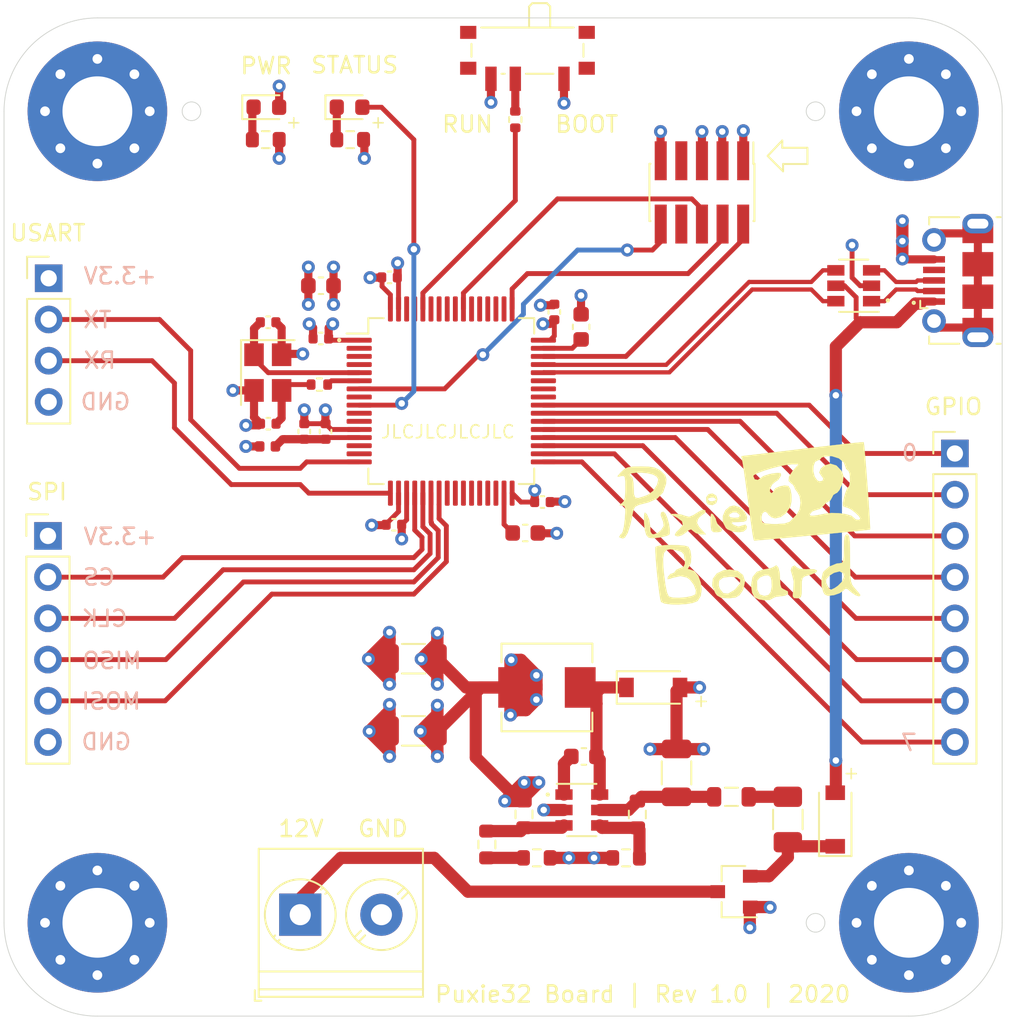
<source format=kicad_pcb>
(kicad_pcb (version 20171130) (host pcbnew "(5.1.8)-1")
  (layers (0 F.Cu signal) (1 In1.Cu power) (2 In2.Cu power) (31 B.Cu signal) (34 B.Paste user) (35 F.Paste user) (36 B.SilkS user) (37 F.SilkS user) (38 B.Mask user) (39 F.Mask user) (44 Edge.Cuts user))
  (net 0 "")
  (net 1 BUCK_IN)
  (net 2 GND)
  (net 3 +3V3)
  (net 4 BUCK_BST)
  (net 5 BUCK_SW)
  (net 6 +3.3VA)
  (net 7 "Net-(C13-Pad1)")
  (net 8 "Net-(C14-Pad1)")
  (net 9 HS_CLK_IN)
  (net 10 "Net-(C16-Pad1)")
  (net 11 "Net-(D1-Pad1)")
  (net 12 STATUS_LED)
  (net 13 "Net-(D2-Pad1)")
  (net 14 +5V)
  (net 15 "Net-(D4-Pad1)")
  (net 16 "Net-(F1-Pad1)")
  (net 17 +12V)
  (net 18 "Net-(J1-Pad6)")
  (net 19 USB_Conn_D-)
  (net 20 "Net-(J1-Pad4)")
  (net 21 USB_Conn_D+)
  (net 22 USART2_TX)
  (net 23 USART4_RX)
  (net 24 SWDIO)
  (net 25 SWCLK)
  (net 26 SWO)
  (net 27 "Net-(J4-Pad7)")
  (net 28 "Net-(J4-Pad8)")
  (net 29 NRST)
  (net 30 SPI1_CS)
  (net 31 SPI1_SCK)
  (net 32 SPI1_MISO)
  (net 33 SPI1_MOSI)
  (net 34 GPIO_0)
  (net 35 GPIO_1)
  (net 36 GPIO_2)
  (net 37 GPIO_3)
  (net 38 GPIO_4)
  (net 39 GPIO_5)
  (net 40 GPIO_6)
  (net 41 GPIO_7)
  (net 42 BUCK_EN)
  (net 43 BUCK_FB)
  (net 44 "Net-(R4-Pad1)")
  (net 45 "Net-(R7-Pad1)")
  (net 46 BOOT0)
  (net 47 HS_CLK_OUT)
  (net 48 "Net-(U1-Pad2)")
  (net 49 "Net-(U1-Pad3)")
  (net 50 "Net-(U1-Pad4)")
  (net 51 "Net-(U1-Pad8)")
  (net 52 "Net-(U1-Pad10)")
  (net 53 "Net-(U1-Pad11)")
  (net 54 "Net-(U1-Pad14)")
  (net 55 "Net-(U1-Pad15)")
  (net 56 "Net-(U1-Pad24)")
  (net 57 "Net-(U1-Pad25)")
  (net 58 "Net-(U1-Pad26)")
  (net 59 "Net-(U1-Pad27)")
  (net 60 "Net-(U1-Pad28)")
  (net 61 "Net-(U1-Pad29)")
  (net 62 "Net-(U1-Pad30)")
  (net 63 "Net-(U1-Pad41)")
  (net 64 "Net-(U1-Pad42)")
  (net 65 "Net-(U1-Pad43)")
  (net 66 USB_D-)
  (net 67 USB_D+)
  (net 68 "Net-(U1-Pad50)")
  (net 69 "Net-(U1-Pad51)")
  (net 70 "Net-(U1-Pad52)")
  (net 71 "Net-(U1-Pad53)")
  (net 72 "Net-(U1-Pad54)")
  (net 73 "Net-(U1-Pad56)")
  (net 74 "Net-(U1-Pad57)")
  (net 75 "Net-(U1-Pad58)")
  (net 76 "Net-(U1-Pad59)")
  (net 77 "Net-(U1-Pad61)")
  (net 78 "Net-(U1-Pad62)")
  (module STM32_Dev_Board:Puxie32Logo (layer F.Cu) (at 95.65 82.2)
    (fp_text reference G*** hide)
    (fp_text value LOGO hide)
  )
  (module Connector_PinHeader_1.27mm:PinHeader_2x05_P1.27mm_Vertical_SMD (layer F.Cu) (at 93 60.75 270)
    (fp_text reference J4)
    (fp_text value SWD)
    (pad 10 smd rect (at 1.95 2.54 270) (size 2.4 0.74) (layers F.Cu F.Paste F.Mask) (net 29 NRST))
    (pad 9 smd rect (at -1.95 2.54 270) (size 2.4 0.74) (layers F.Cu F.Paste F.Mask) (net 2 GND))
    (pad 8 smd rect (at 1.95 1.27 270) (size 2.4 0.74) (layers F.Cu F.Paste F.Mask) (net 28 "Net-(J4-Pad8)"))
    (pad 7 smd rect (at -1.95 1.27 270) (size 2.4 0.74) (layers F.Cu F.Paste F.Mask) (net 27 "Net-(J4-Pad7)"))
    (pad 6 smd rect (at 1.95 0 270) (size 2.4 0.74) (layers F.Cu F.Paste F.Mask) (net 26 SWO))
    (pad 5 smd rect (at -1.95 0 270) (size 2.4 0.74) (layers F.Cu F.Paste F.Mask) (net 2 GND))
    (pad 4 smd rect (at 1.95 -1.27 270) (size 2.4 0.74) (layers F.Cu F.Paste F.Mask) (net 25 SWCLK))
    (pad 3 smd rect (at -1.95 -1.27 270) (size 2.4 0.74) (layers F.Cu F.Paste F.Mask) (net 2 GND))
    (pad 2 smd rect (at 1.95 -2.54 270) (size 2.4 0.74) (layers F.Cu F.Paste F.Mask) (net 24 SWDIO))
    (pad 1 smd rect (at -1.95 -2.54 270) (size 2.4 0.74) (layers F.Cu F.Paste F.Mask) (net 3 +3V3))
  )
  (module Capacitor_SMD:C_1206_3216Metric (layer F.Cu) (at 91.434 96.514 90)
    (fp_text reference C1)
    (fp_text value 10u)
    (pad 1 smd roundrect (at -1.475 0 90) (size 1.15 1.8) (layers F.Cu F.Paste F.Mask) (roundrect_rratio 0.2173904347826087) (net 1 BUCK_IN))
    (pad 2 smd roundrect (at 1.475 0 90) (size 1.15 1.8) (layers F.Cu F.Paste F.Mask) (roundrect_rratio 0.2173904347826087) (net 2 GND))
  )
  (module Capacitor_SMD:C_1206_3216Metric (layer F.Cu) (at 75.227 89.48 180)
    (fp_text reference C2)
    (fp_text value 10u)
    (pad 1 smd roundrect (at -1.475 0 180) (size 1.15 1.8) (layers F.Cu F.Paste F.Mask) (roundrect_rratio 0.2173904347826087) (net 3 +3V3))
    (pad 2 smd roundrect (at 1.475 0 180) (size 1.15 1.8) (layers F.Cu F.Paste F.Mask) (roundrect_rratio 0.2173904347826087) (net 2 GND))
  )
  (module Capacitor_SMD:C_1206_3216Metric (layer F.Cu) (at 75.227 93.925 180)
    (fp_text reference C3)
    (fp_text value 10u)
    (pad 2 smd roundrect (at 1.475 0 180) (size 1.15 1.8) (layers F.Cu F.Paste F.Mask) (roundrect_rratio 0.2173904347826087) (net 2 GND))
    (pad 1 smd roundrect (at -1.475 0 180) (size 1.15 1.8) (layers F.Cu F.Paste F.Mask) (roundrect_rratio 0.2173904347826087) (net 3 +3V3))
  )
  (module Capacitor_SMD:C_0603_1608Metric (layer F.Cu) (at 85.725 95.5)
    (fp_text reference C4)
    (fp_text value 10n)
    (pad 1 smd roundrect (at -0.775 0) (size 0.9 0.95) (layers F.Cu F.Paste F.Mask) (net 4 BUCK_BST))
    (pad 2 smd roundrect (at 0.775 0) (size 0.9 0.95) (layers F.Cu F.Paste F.Mask) (net 5 BUCK_SW))
  )
  (module Capacitor_SMD:C_0603_1608Metric (layer F.Cu) (at 69.525 66.5 180)
    (fp_text reference C5)
    (fp_text value 4u7)
    (pad 2 smd roundrect (at 0.775 0 180) (size 0.9 0.95) (layers F.Cu F.Paste F.Mask) (net 2 GND))
    (pad 1 smd roundrect (at -0.775 0 180) (size 0.9 0.95) (layers F.Cu F.Paste F.Mask) (net 3 +3V3))
  )
  (module Capacitor_SMD:C_0402_1005Metric (layer F.Cu) (at 69.52 69.75 180)
    (fp_text reference C6)
    (fp_text value 100n)
    (pad 1 smd roundrect (at -0.48 0 180) (size 0.56 0.62) (layers F.Cu F.Paste F.Mask) (net 3 +3V3))
    (pad 2 smd roundrect (at 0.48 0 180) (size 0.56 0.62) (layers F.Cu F.Paste F.Mask) (net 2 GND))
  )
  (module Capacitor_SMD:C_0402_1005Metric (layer F.Cu) (at 74.02 81.225 180)
    (fp_text reference C7)
    (fp_text value 100n)
    (pad 2 smd roundrect (at 0.48 0 180) (size 0.56 0.62) (layers F.Cu F.Paste F.Mask) (net 2 GND))
    (pad 1 smd roundrect (at -0.48 0 180) (size 0.56 0.62) (layers F.Cu F.Paste F.Mask) (net 3 +3V3))
  )
  (module Capacitor_SMD:C_0402_1005Metric (layer F.Cu) (at 83.171 79.828)
    (fp_text reference C8)
    (fp_text value 100n)
    (pad 1 smd roundrect (at -0.48 0) (size 0.56 0.62) (layers F.Cu F.Paste F.Mask) (net 3 +3V3))
    (pad 2 smd roundrect (at 0.48 0) (size 0.56 0.62) (layers F.Cu F.Paste F.Mask) (net 2 GND))
  )
  (module Capacitor_SMD:C_0402_1005Metric (layer F.Cu) (at 83.905 68.116 90)
    (fp_text reference C9)
    (fp_text value 100n)
    (pad 2 smd roundrect (at 0.48 0 90) (size 0.56 0.62) (layers F.Cu F.Paste F.Mask) (net 2 GND))
    (pad 1 smd roundrect (at -0.48 0 90) (size 0.56 0.62) (layers F.Cu F.Paste F.Mask) (net 3 +3V3))
  )
  (module Capacitor_SMD:C_0402_1005Metric (layer F.Cu) (at 73.75 65.985)
    (fp_text reference C10)
    (fp_text value 100n)
    (pad 1 smd roundrect (at -0.48 0) (size 0.56 0.62) (layers F.Cu F.Paste F.Mask) (net 3 +3V3))
    (pad 2 smd roundrect (at 0.48 0) (size 0.56 0.62) (layers F.Cu F.Paste F.Mask) (net 2 GND))
  )
  (module Capacitor_SMD:C_0402_1005Metric (layer F.Cu) (at 68.5 75.48 90)
    (fp_text reference C11)
    (fp_text value 1u)
    (pad 2 smd roundrect (at 0.48 0 90) (size 0.56 0.62) (layers F.Cu F.Paste F.Mask) (net 2 GND))
    (pad 1 smd roundrect (at -0.48 0 90) (size 0.56 0.62) (layers F.Cu F.Paste F.Mask) (net 6 +3.3VA))
  )
  (module Capacitor_SMD:C_0402_1005Metric (layer F.Cu) (at 69.808 75.48 90)
    (fp_text reference C12)
    (fp_text value 10n)
    (pad 1 smd roundrect (at -0.48 0 90) (size 0.56 0.62) (layers F.Cu F.Paste F.Mask) (net 6 +3.3VA))
    (pad 2 smd roundrect (at 0.48 0 90) (size 0.56 0.62) (layers F.Cu F.Paste F.Mask) (net 2 GND))
  )
  (module Capacitor_SMD:C_0603_1608Metric (layer F.Cu) (at 82.114 81.733)
    (fp_text reference C13)
    (fp_text value 2u2)
    (pad 1 smd roundrect (at -0.775 0) (size 0.9 0.95) (layers F.Cu F.Paste F.Mask) (net 7 "Net-(C13-Pad1)"))
    (pad 2 smd roundrect (at 0.775 0) (size 0.9 0.95) (layers F.Cu F.Paste F.Mask) (net 2 GND))
  )
  (module Capacitor_SMD:C_0603_1608Metric (layer F.Cu) (at 85.556 69.033 90)
    (fp_text reference C14)
    (fp_text value 2u2)
    (pad 2 smd roundrect (at 0.775 0 90) (size 0.9 0.95) (layers F.Cu F.Paste F.Mask) (net 2 GND))
    (pad 1 smd roundrect (at -0.775 0 90) (size 0.9 0.95) (layers F.Cu F.Paste F.Mask) (net 8 "Net-(C14-Pad1)"))
  )
  (module Capacitor_SMD:C_0402_1005Metric (layer F.Cu) (at 66.27 68.75)
    (fp_text reference C15)
    (fp_text value 12p)
    (pad 1 smd roundrect (at -0.48 0) (size 0.56 0.62) (layers F.Cu F.Paste F.Mask) (net 9 HS_CLK_IN))
    (pad 2 smd roundrect (at 0.48 0) (size 0.56 0.62) (layers F.Cu F.Paste F.Mask) (net 2 GND))
  )
  (module Capacitor_SMD:C_0402_1005Metric (layer F.Cu) (at 66.28 75 180)
    (fp_text reference C16)
    (fp_text value 12p)
    (pad 2 smd roundrect (at 0.48 0 180) (size 0.56 0.62) (layers F.Cu F.Paste F.Mask) (net 2 GND))
    (pad 1 smd roundrect (at -0.48 0 180) (size 0.56 0.62) (layers F.Cu F.Paste F.Mask) (net 10 "Net-(C16-Pad1)"))
  )
  (module LED_SMD:LED_0603_1608Metric (layer F.Cu) (at 71.2875 55.5)
    (fp_text reference D1)
    (fp_text value BLUE)
    (pad 1 smd roundrect (at -0.7875 0) (size 0.875 0.95) (layers F.Cu F.Paste F.Mask) (net 11 "Net-(D1-Pad1)"))
    (pad 2 smd roundrect (at 0.7875 0) (size 0.875 0.95) (layers F.Cu F.Paste F.Mask) (net 12 STATUS_LED))
  )
  (module Diode_SMD:D_SOD-123 (layer F.Cu) (at 101.213 99.386 90)
    (fp_text reference D2)
    (fp_text value B5819W)
    (pad 1 smd rect (at -1.65 0 90) (size 0.9 1.2) (layers F.Cu F.Paste F.Mask) (net 13 "Net-(D2-Pad1)"))
    (pad 2 smd rect (at 1.65 0 90) (size 0.9 1.2) (layers F.Cu F.Paste F.Mask) (net 14 +5V))
  )
  (module Diode_SMD:D_SOD-123 (layer F.Cu) (at 90 91.25)
    (fp_text reference D3)
    (fp_text value B5819W)
    (pad 2 smd rect (at 1.65 0) (size 0.9 1.2) (layers F.Cu F.Paste F.Mask) (net 2 GND))
    (pad 1 smd rect (at -1.65 0) (size 0.9 1.2) (layers F.Cu F.Paste F.Mask) (net 5 BUCK_SW))
  )
  (module LED_SMD:LED_0603_1608Metric (layer F.Cu) (at 66.1625 55.5)
    (fp_text reference D4)
    (fp_text value RED)
    (pad 2 smd roundrect (at 0.7875 0) (size 0.875 0.95) (layers F.Cu F.Paste F.Mask) (net 3 +3V3))
    (pad 1 smd roundrect (at -0.7875 0) (size 0.875 0.95) (layers F.Cu F.Paste F.Mask) (net 15 "Net-(D4-Pad1)"))
  )
  (module Fuse:Fuse_1206_3216Metric (layer F.Cu) (at 98.292 99.386 270)
    (fp_text reference F1)
    (fp_text value 250mA)
    (pad 1 smd roundrect (at -1.4 0 270) (size 1.25 1.75) (layers F.Cu F.Paste F.Mask) (roundrect_rratio 0.2) (net 16 "Net-(F1-Pad1)"))
    (pad 2 smd roundrect (at 1.4 0 270) (size 1.25 1.75) (layers F.Cu F.Paste F.Mask) (roundrect_rratio 0.2) (net 13 "Net-(D2-Pad1)"))
  )
  (module Inductor_SMD:L_0805_2012Metric (layer F.Cu) (at 94.8165 97.989)
    (fp_text reference FB1)
    (fp_text value "600 @ 600MHz")
    (pad 1 smd roundrect (at -1.0625 0) (size 0.875 1.2) (layers F.Cu F.Paste F.Mask) (net 1 BUCK_IN))
    (pad 2 smd roundrect (at 1.0625 0) (size 0.875 1.2) (layers F.Cu F.Paste F.Mask) (net 16 "Net-(F1-Pad1)"))
  )
  (module MountingHole:MountingHole_4.3mm_M4_Pad_Via (layer F.Cu) (at 55.75 105.75)
    (fp_text reference H1)
    (fp_text value MountingHole_Pad)
    (pad 1 thru_hole circle (at 2.280419 -2.280419) (size 0.9 0.9) (drill 0.6) (layers *.Cu *.Mask) (net 2 GND))
    (pad 1 thru_hole circle (at 0 -3.225) (size 0.9 0.9) (drill 0.6) (layers *.Cu *.Mask) (net 2 GND))
    (pad 1 thru_hole circle (at -2.280419 -2.280419) (size 0.9 0.9) (drill 0.6) (layers *.Cu *.Mask) (net 2 GND))
    (pad 1 thru_hole circle (at -3.225 0) (size 0.9 0.9) (drill 0.6) (layers *.Cu *.Mask) (net 2 GND))
    (pad 1 thru_hole circle (at -2.280419 2.280419) (size 0.9 0.9) (drill 0.6) (layers *.Cu *.Mask) (net 2 GND))
    (pad 1 thru_hole circle (at 0 3.225) (size 0.9 0.9) (drill 0.6) (layers *.Cu *.Mask) (net 2 GND))
    (pad 1 thru_hole circle (at 2.280419 2.280419) (size 0.9 0.9) (drill 0.6) (layers *.Cu *.Mask) (net 2 GND))
    (pad 1 thru_hole circle (at 3.225 0) (size 0.9 0.9) (drill 0.6) (layers *.Cu *.Mask) (net 2 GND))
    (pad 1 thru_hole circle (at 0 0) (size 8.6 8.6) (drill 4.3) (layers *.Cu *.Mask) (net 2 GND))
  )
  (module MountingHole:MountingHole_4.3mm_M4_Pad_Via (layer F.Cu) (at 105.75 105.75)
    (fp_text reference H2)
    (fp_text value MountingHole_Pad)
    (pad 1 thru_hole circle (at 2.280419 -2.280419) (size 0.9 0.9) (drill 0.6) (layers *.Cu *.Mask) (net 2 GND))
    (pad 1 thru_hole circle (at 0 -3.225) (size 0.9 0.9) (drill 0.6) (layers *.Cu *.Mask) (net 2 GND))
    (pad 1 thru_hole circle (at -2.280419 -2.280419) (size 0.9 0.9) (drill 0.6) (layers *.Cu *.Mask) (net 2 GND))
    (pad 1 thru_hole circle (at -3.225 0) (size 0.9 0.9) (drill 0.6) (layers *.Cu *.Mask) (net 2 GND))
    (pad 1 thru_hole circle (at -2.280419 2.280419) (size 0.9 0.9) (drill 0.6) (layers *.Cu *.Mask) (net 2 GND))
    (pad 1 thru_hole circle (at 0 3.225) (size 0.9 0.9) (drill 0.6) (layers *.Cu *.Mask) (net 2 GND))
    (pad 1 thru_hole circle (at 2.280419 2.280419) (size 0.9 0.9) (drill 0.6) (layers *.Cu *.Mask) (net 2 GND))
    (pad 1 thru_hole circle (at 3.225 0) (size 0.9 0.9) (drill 0.6) (layers *.Cu *.Mask) (net 2 GND))
    (pad 1 thru_hole circle (at 0 0) (size 8.6 8.6) (drill 4.3) (layers *.Cu *.Mask) (net 2 GND))
  )
  (module MountingHole:MountingHole_4.3mm_M4_Pad_Via (layer F.Cu) (at 105.75 55.75)
    (fp_text reference H3)
    (fp_text value MountingHole_Pad)
    (pad 1 thru_hole circle (at 0 0) (size 8.6 8.6) (drill 4.3) (layers *.Cu *.Mask) (net 2 GND))
    (pad 1 thru_hole circle (at 3.225 0) (size 0.9 0.9) (drill 0.6) (layers *.Cu *.Mask) (net 2 GND))
    (pad 1 thru_hole circle (at 2.280419 2.280419) (size 0.9 0.9) (drill 0.6) (layers *.Cu *.Mask) (net 2 GND))
    (pad 1 thru_hole circle (at 0 3.225) (size 0.9 0.9) (drill 0.6) (layers *.Cu *.Mask) (net 2 GND))
    (pad 1 thru_hole circle (at -2.280419 2.280419) (size 0.9 0.9) (drill 0.6) (layers *.Cu *.Mask) (net 2 GND))
    (pad 1 thru_hole circle (at -3.225 0) (size 0.9 0.9) (drill 0.6) (layers *.Cu *.Mask) (net 2 GND))
    (pad 1 thru_hole circle (at -2.280419 -2.280419) (size 0.9 0.9) (drill 0.6) (layers *.Cu *.Mask) (net 2 GND))
    (pad 1 thru_hole circle (at 0 -3.225) (size 0.9 0.9) (drill 0.6) (layers *.Cu *.Mask) (net 2 GND))
    (pad 1 thru_hole circle (at 2.280419 -2.280419) (size 0.9 0.9) (drill 0.6) (layers *.Cu *.Mask) (net 2 GND))
  )
  (module MountingHole:MountingHole_4.3mm_M4_Pad_Via (layer F.Cu) (at 55.75 55.75)
    (fp_text reference H4)
    (fp_text value MountingHole_Pad)
    (pad 1 thru_hole circle (at 0 0) (size 8.6 8.6) (drill 4.3) (layers *.Cu *.Mask) (net 2 GND))
    (pad 1 thru_hole circle (at 3.225 0) (size 0.9 0.9) (drill 0.6) (layers *.Cu *.Mask) (net 2 GND))
    (pad 1 thru_hole circle (at 2.280419 2.280419) (size 0.9 0.9) (drill 0.6) (layers *.Cu *.Mask) (net 2 GND))
    (pad 1 thru_hole circle (at 0 3.225) (size 0.9 0.9) (drill 0.6) (layers *.Cu *.Mask) (net 2 GND))
    (pad 1 thru_hole circle (at -2.280419 2.280419) (size 0.9 0.9) (drill 0.6) (layers *.Cu *.Mask) (net 2 GND))
    (pad 1 thru_hole circle (at -3.225 0) (size 0.9 0.9) (drill 0.6) (layers *.Cu *.Mask) (net 2 GND))
    (pad 1 thru_hole circle (at -2.280419 -2.280419) (size 0.9 0.9) (drill 0.6) (layers *.Cu *.Mask) (net 2 GND))
    (pad 1 thru_hole circle (at 0 -3.225) (size 0.9 0.9) (drill 0.6) (layers *.Cu *.Mask) (net 2 GND))
    (pad 1 thru_hole circle (at 2.280419 -2.280419) (size 0.9 0.9) (drill 0.6) (layers *.Cu *.Mask) (net 2 GND))
  )
  (module Connector_USB:USB_Micro-B_Molex-105017-0001 (layer F.Cu) (at 108.7625 66.175 90)
    (fp_text reference J1)
    (fp_text value USB_B_Micro)
    (pad 6 smd rect (at 1 1.2375 90) (size 1.5 1.9) (layers F.Cu F.Paste F.Mask) (net 18 "Net-(J1-Pad6)"))
    (pad 6 thru_hole circle (at -2.5 -1.4625 90) (size 1.45 1.45) (drill 0.85) (layers *.Cu *.Mask) (net 18 "Net-(J1-Pad6)"))
    (pad 2 smd rect (at -0.65 -1.4625 90) (size 0.4 1.35) (layers F.Cu F.Paste F.Mask) (net 19 USB_Conn_D-))
    (pad 1 smd rect (at -1.3 -1.4625 90) (size 0.4 1.35) (layers F.Cu F.Paste F.Mask) (net 14 +5V))
    (pad 5 smd rect (at 1.3 -1.4625 90) (size 0.4 1.35) (layers F.Cu F.Paste F.Mask) (net 2 GND))
    (pad 4 smd rect (at 0.65 -1.4625 90) (size 0.4 1.35) (layers F.Cu F.Paste F.Mask) (net 20 "Net-(J1-Pad4)"))
    (pad 3 smd rect (at 0 -1.4625 90) (size 0.4 1.35) (layers F.Cu F.Paste F.Mask) (net 21 USB_Conn_D+))
    (pad 6 thru_hole circle (at 2.5 -1.4625 90) (size 1.45 1.45) (drill 0.85) (layers *.Cu *.Mask) (net 18 "Net-(J1-Pad6)"))
    (pad 6 smd rect (at -1 1.2375 90) (size 1.5 1.9) (layers F.Cu F.Paste F.Mask) (net 18 "Net-(J1-Pad6)"))
    (pad 6 thru_hole oval (at -3.5 1.2375 270) (size 1.2 1.9) (drill oval 0.6 1.3) (layers *.Cu *.Mask) (net 18 "Net-(J1-Pad6)"))
    (pad 6 thru_hole oval (at 3.5 1.2375 90) (size 1.2 1.9) (drill oval 0.6 1.3) (layers *.Cu *.Mask) (net 18 "Net-(J1-Pad6)"))
    (pad 6 smd rect (at 2.9 1.2375 90) (size 1.2 1.9) (layers F.Cu F.Mask) (net 18 "Net-(J1-Pad6)"))
    (pad 6 smd rect (at -2.9 1.2375 90) (size 1.2 1.9) (layers F.Cu F.Mask) (net 18 "Net-(J1-Pad6)"))
  )
  (module TerminalBlock_Phoenix:TerminalBlock_Phoenix_PT-1,5-2-5.0-H_1x02_P5.00mm_Horizontal (layer F.Cu) (at 68.25 105.25)
    (fp_text reference J2)
    (fp_text value Power)
    (pad 1 thru_hole rect (at 0 0) (size 2.6 2.6) (drill 1.3) (layers *.Cu *.Mask) (net 17 +12V))
    (pad 2 thru_hole circle (at 5 0) (size 2.6 2.6) (drill 1.3) (layers *.Cu *.Mask) (net 2 GND))
  )
  (module Connector_PinHeader_2.54mm:PinHeader_1x04_P2.54mm_Vertical (layer F.Cu) (at 52.75 66.04)
    (fp_text reference J3)
    (fp_text value USART)
    (pad 1 thru_hole rect (at 0 0) (size 1.7 1.7) (drill 1) (layers *.Cu *.Mask) (net 3 +3V3))
    (pad 2 thru_hole oval (at 0 2.54) (size 1.7 1.7) (drill 1) (layers *.Cu *.Mask) (net 22 USART2_TX))
    (pad 3 thru_hole oval (at 0 5.08) (size 1.7 1.7) (drill 1) (layers *.Cu *.Mask) (net 23 USART4_RX))
    (pad 4 thru_hole oval (at 0 7.62) (size 1.7 1.7) (drill 1) (layers *.Cu *.Mask) (net 2 GND))
  )
  (module Connector_PinHeader_2.54mm:PinHeader_1x06_P2.54mm_Vertical (layer F.Cu) (at 52.705 81.915)
    (fp_text reference J5)
    (fp_text value SPI)
    (pad 1 thru_hole rect (at 0 0) (size 1.7 1.7) (drill 1) (layers *.Cu *.Mask) (net 3 +3V3))
    (pad 2 thru_hole oval (at 0 2.54) (size 1.7 1.7) (drill 1) (layers *.Cu *.Mask) (net 30 SPI1_CS))
    (pad 3 thru_hole oval (at 0 5.08) (size 1.7 1.7) (drill 1) (layers *.Cu *.Mask) (net 31 SPI1_SCK))
    (pad 4 thru_hole oval (at 0 7.62) (size 1.7 1.7) (drill 1) (layers *.Cu *.Mask) (net 32 SPI1_MISO))
    (pad 5 thru_hole oval (at 0 10.16) (size 1.7 1.7) (drill 1) (layers *.Cu *.Mask) (net 33 SPI1_MOSI))
    (pad 6 thru_hole oval (at 0 12.7) (size 1.7 1.7) (drill 1) (layers *.Cu *.Mask) (net 2 GND))
  )
  (module Connector_PinHeader_2.54mm:PinHeader_1x08_P2.54mm_Vertical (layer F.Cu) (at 108.585 76.835)
    (fp_text reference J6)
    (fp_text value GPIO)
    (pad 1 thru_hole rect (at 0 0) (size 1.7 1.7) (drill 1) (layers *.Cu *.Mask) (net 34 GPIO_0))
    (pad 2 thru_hole oval (at 0 2.54) (size 1.7 1.7) (drill 1) (layers *.Cu *.Mask) (net 35 GPIO_1))
    (pad 3 thru_hole oval (at 0 5.08) (size 1.7 1.7) (drill 1) (layers *.Cu *.Mask) (net 36 GPIO_2))
    (pad 4 thru_hole oval (at 0 7.62) (size 1.7 1.7) (drill 1) (layers *.Cu *.Mask) (net 37 GPIO_3))
    (pad 5 thru_hole oval (at 0 10.16) (size 1.7 1.7) (drill 1) (layers *.Cu *.Mask) (net 38 GPIO_4))
    (pad 6 thru_hole oval (at 0 12.7) (size 1.7 1.7) (drill 1) (layers *.Cu *.Mask) (net 39 GPIO_5))
    (pad 7 thru_hole oval (at 0 15.24) (size 1.7 1.7) (drill 1) (layers *.Cu *.Mask) (net 40 GPIO_6))
    (pad 8 thru_hole oval (at 0 17.78) (size 1.7 1.7) (drill 1) (layers *.Cu *.Mask) (net 41 GPIO_7))
  )
  (module Inductor_SMD:L_0402_1005Metric (layer F.Cu) (at 66.235 76.399)
    (fp_text reference L1)
    (fp_text value 39n)
    (pad 1 smd roundrect (at -0.485 0) (size 0.59 0.64) (layers F.Cu F.Paste F.Mask) (net 3 +3V3))
    (pad 2 smd roundrect (at 0.485 0) (size 0.59 0.64) (layers F.Cu F.Paste F.Mask) (net 6 +3.3VA))
  )
  (module Inductor_SMD:L_Sunlord_MWSA0518_5.4x5.2mm (layer F.Cu) (at 83.45 91.25 180)
    (fp_text reference L2)
    (fp_text value 10u)
    (pad 1 smd rect (at -2.05 0 180) (size 1.9 2.5) (layers F.Cu F.Paste F.Mask) (net 5 BUCK_SW))
    (pad 2 smd rect (at 2.05 0 180) (size 1.9 2.5) (layers F.Cu F.Paste F.Mask) (net 3 +3V3))
  )
  (module Package_TO_SOT_SMD:SOT-23 (layer F.Cu) (at 94.974 103.831 180)
    (fp_text reference Q1)
    (fp_text value AO3401A)
    (pad 1 smd rect (at -1 -0.95 180) (size 0.9 0.8) (layers F.Cu F.Paste F.Mask) (net 2 GND))
    (pad 2 smd rect (at -1 0.95 180) (size 0.9 0.8) (layers F.Cu F.Paste F.Mask) (net 13 "Net-(D2-Pad1)"))
    (pad 3 smd rect (at 1 0 180) (size 0.9 0.8) (layers F.Cu F.Paste F.Mask) (net 17 +12V))
  )
  (module Resistor_SMD:R_0603_1608Metric (layer F.Cu) (at 89.021 99.075 90)
    (fp_text reference R1)
    (fp_text value 100k)
    (pad 2 smd roundrect (at 0.825 0 90) (size 0.8 0.95) (layers F.Cu F.Paste F.Mask) (net 1 BUCK_IN))
    (pad 1 smd roundrect (at -0.825 0 90) (size 0.8 0.95) (layers F.Cu F.Paste F.Mask) (net 42 BUCK_EN))
  )
  (module Resistor_SMD:R_0603_1608Metric (layer F.Cu) (at 88.325 101.75)
    (fp_text reference R2)
    (fp_text value 68k)
    (pad 1 smd roundrect (at -0.825 0) (size 0.8 0.95) (layers F.Cu F.Paste F.Mask) (net 2 GND))
    (pad 2 smd roundrect (at 0.825 0) (size 0.8 0.95) (layers F.Cu F.Paste F.Mask) (net 42 BUCK_EN))
  )
  (module Resistor_SMD:R_0603_1608Metric (layer F.Cu) (at 82.036 99.069 90)
    (fp_text reference R3)
    (fp_text value 47k)
    (pad 1 smd roundrect (at -0.825 0 90) (size 0.8 0.95) (layers F.Cu F.Paste F.Mask) (net 43 BUCK_FB))
    (pad 2 smd roundrect (at 0.825 0 90) (size 0.8 0.95) (layers F.Cu F.Paste F.Mask) (net 3 +3V3))
  )
  (module Resistor_SMD:R_0603_1608Metric (layer F.Cu) (at 79.75 100.925 90)
    (fp_text reference R4)
    (fp_text value 15k)
    (pad 1 smd roundrect (at -0.825 0 90) (size 0.8 0.95) (layers F.Cu F.Paste F.Mask) (net 44 "Net-(R4-Pad1)"))
    (pad 2 smd roundrect (at 0.825 0 90) (size 0.8 0.95) (layers F.Cu F.Paste F.Mask) (net 43 BUCK_FB))
  )
  (module Resistor_SMD:R_0603_1608Metric (layer F.Cu) (at 82.825 101.75 180)
    (fp_text reference R5)
    (fp_text value 270)
    (pad 2 smd roundrect (at 0.825 0 180) (size 0.8 0.95) (layers F.Cu F.Paste F.Mask) (net 44 "Net-(R4-Pad1)"))
    (pad 1 smd roundrect (at -0.825 0 180) (size 0.8 0.95) (layers F.Cu F.Paste F.Mask) (net 2 GND))
  )
  (module Resistor_SMD:R_0603_1608Metric (layer F.Cu) (at 66.125 57.5 180)
    (fp_text reference R6)
    (fp_text value 1k)
    (pad 2 smd roundrect (at 0.825 0 180) (size 0.8 0.95) (layers F.Cu F.Paste F.Mask) (net 15 "Net-(D4-Pad1)"))
    (pad 1 smd roundrect (at -0.825 0 180) (size 0.8 0.95) (layers F.Cu F.Paste F.Mask) (net 2 GND))
  )
  (module Resistor_SMD:R_0402_1005Metric (layer F.Cu) (at 81.5 56.26 270)
    (fp_text reference R7)
    (fp_text value 10k)
    (pad 1 smd roundrect (at -0.51 0 270) (size 0.54 0.64) (layers F.Cu F.Paste F.Mask) (net 45 "Net-(R7-Pad1)"))
    (pad 2 smd roundrect (at 0.51 0 270) (size 0.54 0.64) (layers F.Cu F.Paste F.Mask) (net 46 BOOT0))
  )
  (module Resistor_SMD:R_0402_1005Metric (layer F.Cu) (at 69.429 72.589 180)
    (fp_text reference R8)
    (fp_text value 47)
    (pad 2 smd roundrect (at 0.51 0 180) (size 0.54 0.64) (layers F.Cu F.Paste F.Mask) (net 10 "Net-(C16-Pad1)"))
    (pad 1 smd roundrect (at -0.51 0 180) (size 0.54 0.64) (layers F.Cu F.Paste F.Mask) (net 47 HS_CLK_OUT))
  )
  (module Resistor_SMD:R_0603_1608Metric (layer F.Cu) (at 71.325 57.5 180)
    (fp_text reference R9)
    (fp_text value 1k5)
    (pad 1 smd roundrect (at -0.825 0 180) (size 0.8 0.95) (layers F.Cu F.Paste F.Mask) (net 2 GND))
    (pad 2 smd roundrect (at 0.825 0 180) (size 0.8 0.95) (layers F.Cu F.Paste F.Mask) (net 11 "Net-(D1-Pad1)"))
  )
  (module Button_Switch_SMD:SW_SPDT_PCM12 (layer F.Cu) (at 82.25 52.32 180)
    (fp_text reference SW1)
    (fp_text value SW_SPDT)
    (pad "" np_thru_hole circle (at -1.5 0.33 180) (size 0.9 0.9) (drill 0.9) (layers *.Cu *.Mask))
    (pad "" np_thru_hole circle (at 1.5 0.33 180) (size 0.9 0.9) (drill 0.9) (layers *.Cu *.Mask))
    (pad 1 smd rect (at -2.25 -1.43 180) (size 0.7 1.5) (layers F.Cu F.Paste F.Mask) (net 3 +3V3))
    (pad 2 smd rect (at 0.75 -1.43 180) (size 0.7 1.5) (layers F.Cu F.Paste F.Mask) (net 45 "Net-(R7-Pad1)"))
    (pad 3 smd rect (at 2.25 -1.43 180) (size 0.7 1.5) (layers F.Cu F.Paste F.Mask) (net 2 GND))
    (pad "" smd rect (at -3.65 1.43 180) (size 1 0.8) (layers F.Cu F.Paste F.Mask))
    (pad "" smd rect (at 3.65 1.43 180) (size 1 0.8) (layers F.Cu F.Paste F.Mask))
    (pad "" smd rect (at 3.65 -0.78 180) (size 1 0.8) (layers F.Cu F.Paste F.Mask))
    (pad "" smd rect (at -3.65 -0.78 180) (size 1 0.8) (layers F.Cu F.Paste F.Mask))
  )
  (module Package_QFP:LQFP-64_10x10mm_P0.5mm (layer F.Cu) (at 77.555 73.605)
    (fp_text reference U1)
    (fp_text value STM32F405RGT6)
    (pad 1 smd roundrect (at -5.675 -3.75) (size 1.55 0.3) (layers F.Cu F.Paste F.Mask) (net 3 +3V3))
    (pad 2 smd roundrect (at -5.675 -3.25) (size 1.55 0.3) (layers F.Cu F.Paste F.Mask) (net 48 "Net-(U1-Pad2)"))
    (pad 3 smd roundrect (at -5.675 -2.75) (size 1.55 0.3) (layers F.Cu F.Paste F.Mask) (net 49 "Net-(U1-Pad3)"))
    (pad 4 smd roundrect (at -5.675 -2.25) (size 1.55 0.3) (layers F.Cu F.Paste F.Mask) (net 50 "Net-(U1-Pad4)"))
    (pad 5 smd roundrect (at -5.675 -1.75) (size 1.55 0.3) (layers F.Cu F.Paste F.Mask) (net 9 HS_CLK_IN))
    (pad 6 smd roundrect (at -5.675 -1.25) (size 1.55 0.3) (layers F.Cu F.Paste F.Mask) (net 47 HS_CLK_OUT))
    (pad 7 smd roundrect (at -5.675 -0.75) (size 1.55 0.3) (layers F.Cu F.Paste F.Mask) (net 29 NRST))
    (pad 8 smd roundrect (at -5.675 -0.25) (size 1.55 0.3) (layers F.Cu F.Paste F.Mask) (net 51 "Net-(U1-Pad8)"))
    (pad 9 smd roundrect (at -5.675 0.25) (size 1.55 0.3) (layers F.Cu F.Paste F.Mask) (net 12 STATUS_LED))
    (pad 10 smd roundrect (at -5.675 0.75) (size 1.55 0.3) (layers F.Cu F.Paste F.Mask) (net 52 "Net-(U1-Pad10)"))
    (pad 11 smd roundrect (at -5.675 1.25) (size 1.55 0.3) (layers F.Cu F.Paste F.Mask) (net 53 "Net-(U1-Pad11)"))
    (pad 12 smd roundrect (at -5.675 1.75) (size 1.55 0.3) (layers F.Cu F.Paste F.Mask) (net 2 GND))
    (pad 13 smd roundrect (at -5.675 2.25) (size 1.55 0.3) (layers F.Cu F.Paste F.Mask) (net 6 +3.3VA))
    (pad 14 smd roundrect (at -5.675 2.75) (size 1.55 0.3) (layers F.Cu F.Paste F.Mask) (net 54 "Net-(U1-Pad14)"))
    (pad 15 smd roundrect (at -5.675 3.25) (size 1.55 0.3) (layers F.Cu F.Paste F.Mask) (net 55 "Net-(U1-Pad15)"))
    (pad 16 smd roundrect (at -5.675 3.75) (size 1.55 0.3) (layers F.Cu F.Paste F.Mask) (net 22 USART2_TX))
    (pad 17 smd roundrect (at -3.75 5.675) (size 0.3 1.55) (layers F.Cu F.Paste F.Mask) (net 23 USART4_RX))
    (pad 18 smd roundrect (at -3.25 5.675) (size 0.3 1.55) (layers F.Cu F.Paste F.Mask) (net 2 GND))
    (pad 19 smd roundrect (at -2.75 5.675) (size 0.3 1.55) (layers F.Cu F.Paste F.Mask) (net 3 +3V3))
    (pad 20 smd roundrect (at -2.25 5.675) (size 0.3 1.55) (layers F.Cu F.Paste F.Mask) (net 30 SPI1_CS))
    (pad 21 smd roundrect (at -1.75 5.675) (size 0.3 1.55) (layers F.Cu F.Paste F.Mask) (net 31 SPI1_SCK))
    (pad 22 smd roundrect (at -1.25 5.675) (size 0.3 1.55) (layers F.Cu F.Paste F.Mask) (net 32 SPI1_MISO))
    (pad 23 smd roundrect (at -0.75 5.675) (size 0.3 1.55) (layers F.Cu F.Paste F.Mask) (net 33 SPI1_MOSI))
    (pad 24 smd roundrect (at -0.25 5.675) (size 0.3 1.55) (layers F.Cu F.Paste F.Mask) (net 56 "Net-(U1-Pad24)"))
    (pad 25 smd roundrect (at 0.25 5.675) (size 0.3 1.55) (layers F.Cu F.Paste F.Mask) (net 57 "Net-(U1-Pad25)"))
    (pad 26 smd roundrect (at 0.75 5.675) (size 0.3 1.55) (layers F.Cu F.Paste F.Mask) (net 58 "Net-(U1-Pad26)"))
    (pad 27 smd roundrect (at 1.25 5.675) (size 0.3 1.55) (layers F.Cu F.Paste F.Mask) (net 59 "Net-(U1-Pad27)"))
    (pad 28 smd roundrect (at 1.75 5.675) (size 0.3 1.55) (layers F.Cu F.Paste F.Mask) (net 60 "Net-(U1-Pad28)"))
    (pad 29 smd roundrect (at 2.25 5.675) (size 0.3 1.55) (layers F.Cu F.Paste F.Mask) (net 61 "Net-(U1-Pad29)"))
    (pad 30 smd roundrect (at 2.75 5.675) (size 0.3 1.55) (layers F.Cu F.Paste F.Mask) (net 62 "Net-(U1-Pad30)"))
    (pad 31 smd roundrect (at 3.25 5.675) (size 0.3 1.55) (layers F.Cu F.Paste F.Mask) (net 7 "Net-(C13-Pad1)"))
    (pad 32 smd roundrect (at 3.75 5.675) (size 0.3 1.55) (layers F.Cu F.Paste F.Mask) (net 3 +3V3))
    (pad 33 smd roundrect (at 5.675 3.75) (size 1.55 0.3) (layers F.Cu F.Paste F.Mask) (net 41 GPIO_7))
    (pad 34 smd roundrect (at 5.675 3.25) (size 1.55 0.3) (layers F.Cu F.Paste F.Mask) (net 40 GPIO_6))
    (pad 35 smd roundrect (at 5.675 2.75) (size 1.55 0.3) (layers F.Cu F.Paste F.Mask) (net 39 GPIO_5))
    (pad 36 smd roundrect (at 5.675 2.25) (size 1.55 0.3) (layers F.Cu F.Paste F.Mask) (net 38 GPIO_4))
    (pad 37 smd roundrect (at 5.675 1.75) (size 1.55 0.3) (layers F.Cu F.Paste F.Mask) (net 37 GPIO_3))
    (pad 38 smd roundrect (at 5.675 1.25) (size 1.55 0.3) (layers F.Cu F.Paste F.Mask) (net 36 GPIO_2))
    (pad 39 smd roundrect (at 5.675 0.75) (size 1.55 0.3) (layers F.Cu F.Paste F.Mask) (net 35 GPIO_1))
    (pad 40 smd roundrect (at 5.675 0.25) (size 1.55 0.3) (layers F.Cu F.Paste F.Mask) (net 34 GPIO_0))
    (pad 41 smd roundrect (at 5.675 -0.25) (size 1.55 0.3) (layers F.Cu F.Paste F.Mask) (net 63 "Net-(U1-Pad41)"))
    (pad 42 smd roundrect (at 5.675 -0.75) (size 1.55 0.3) (layers F.Cu F.Paste F.Mask) (net 64 "Net-(U1-Pad42)"))
    (pad 43 smd roundrect (at 5.675 -1.25) (size 1.55 0.3) (layers F.Cu F.Paste F.Mask) (net 65 "Net-(U1-Pad43)"))
    (pad 44 smd roundrect (at 5.675 -1.75) (size 1.55 0.3) (layers F.Cu F.Paste F.Mask) (net 66 USB_D-))
    (pad 45 smd roundrect (at 5.675 -2.25) (size 1.55 0.3) (layers F.Cu F.Paste F.Mask) (net 67 USB_D+))
    (pad 46 smd roundrect (at 5.675 -2.75) (size 1.55 0.3) (layers F.Cu F.Paste F.Mask) (net 24 SWDIO))
    (pad 47 smd roundrect (at 5.675 -3.25) (size 1.55 0.3) (layers F.Cu F.Paste F.Mask) (net 8 "Net-(C14-Pad1)"))
    (pad 48 smd roundrect (at 5.675 -3.75) (size 1.55 0.3) (layers F.Cu F.Paste F.Mask) (net 3 +3V3))
    (pad 49 smd roundrect (at 3.75 -5.675) (size 0.3 1.55) (layers F.Cu F.Paste F.Mask) (net 25 SWCLK))
    (pad 50 smd roundrect (at 3.25 -5.675) (size 0.3 1.55) (layers F.Cu F.Paste F.Mask) (net 68 "Net-(U1-Pad50)"))
    (pad 51 smd roundrect (at 2.75 -5.675) (size 0.3 1.55) (layers F.Cu F.Paste F.Mask) (net 69 "Net-(U1-Pad51)"))
    (pad 52 smd roundrect (at 2.25 -5.675) (size 0.3 1.55) (layers F.Cu F.Paste F.Mask) (net 70 "Net-(U1-Pad52)"))
    (pad 53 smd roundrect (at 1.75 -5.675) (size 0.3 1.55) (layers F.Cu F.Paste F.Mask) (net 71 "Net-(U1-Pad53)"))
    (pad 54 smd roundrect (at 1.25 -5.675) (size 0.3 1.55) (layers F.Cu F.Paste F.Mask) (net 72 "Net-(U1-Pad54)"))
    (pad 55 smd roundrect (at 0.75 -5.675) (size 0.3 1.55) (layers F.Cu F.Paste F.Mask) (net 26 SWO))
    (pad 56 smd roundrect (at 0.25 -5.675) (size 0.3 1.55) (layers F.Cu F.Paste F.Mask) (net 73 "Net-(U1-Pad56)"))
    (pad 57 smd roundrect (at -0.25 -5.675) (size 0.3 1.55) (layers F.Cu F.Paste F.Mask) (net 74 "Net-(U1-Pad57)"))
    (pad 58 smd roundrect (at -0.75 -5.675) (size 0.3 1.55) (layers F.Cu F.Paste F.Mask) (net 75 "Net-(U1-Pad58)"))
    (pad 59 smd roundrect (at -1.25 -5.675) (size 0.3 1.55) (layers F.Cu F.Paste F.Mask) (net 76 "Net-(U1-Pad59)"))
    (pad 60 smd roundrect (at -1.75 -5.675) (size 0.3 1.55) (layers F.Cu F.Paste F.Mask) (net 46 BOOT0))
    (pad 61 smd roundrect (at -2.25 -5.675) (size 0.3 1.55) (layers F.Cu F.Paste F.Mask) (net 77 "Net-(U1-Pad61)"))
    (pad 62 smd roundrect (at -2.75 -5.675) (size 0.3 1.55) (layers F.Cu F.Paste F.Mask) (net 78 "Net-(U1-Pad62)"))
    (pad 63 smd roundrect (at -3.25 -5.675) (size 0.3 1.55) (layers F.Cu F.Paste F.Mask) (net 2 GND))
    (pad 64 smd roundrect (at -3.75 -5.675) (size 0.3 1.55) (layers F.Cu F.Paste F.Mask) (net 3 +3V3))
  )
  (module Package_TO_SOT_SMD:SOT-23-6 (layer F.Cu) (at 85.6 98.8)
    (fp_text reference U2)
    (fp_text value MP2359DJ-LF-Z)
    (pad 5 smd rect (at 1.1 0) (size 1.06 0.65) (layers F.Cu F.Paste F.Mask) (net 1 BUCK_IN))
    (pad 6 smd rect (at 1.1 -0.95) (size 1.06 0.65) (layers F.Cu F.Paste F.Mask) (net 5 BUCK_SW))
    (pad 4 smd rect (at 1.1 0.95) (size 1.06 0.65) (layers F.Cu F.Paste F.Mask) (net 42 BUCK_EN))
    (pad 3 smd rect (at -1.1 0.95) (size 1.06 0.65) (layers F.Cu F.Paste F.Mask) (net 43 BUCK_FB))
    (pad 2 smd rect (at -1.1 0) (size 1.06 0.65) (layers F.Cu F.Paste F.Mask) (net 2 GND))
    (pad 1 smd rect (at -1.1 -0.95) (size 1.06 0.65) (layers F.Cu F.Paste F.Mask) (net 4 BUCK_BST))
  )
  (module Package_TO_SOT_SMD:SOT-23-6 (layer F.Cu) (at 102.35 66.5 180)
    (fp_text reference U3)
    (fp_text value USBLC6-2SC6)
    (pad 1 smd rect (at -1.1 -0.95 180) (size 1.06 0.65) (layers F.Cu F.Paste F.Mask) (net 19 USB_Conn_D-))
    (pad 2 smd rect (at -1.1 0 180) (size 1.06 0.65) (layers F.Cu F.Paste F.Mask) (net 2 GND))
    (pad 3 smd rect (at -1.1 0.95 180) (size 1.06 0.65) (layers F.Cu F.Paste F.Mask) (net 21 USB_Conn_D+))
    (pad 4 smd rect (at 1.1 0.95 180) (size 1.06 0.65) (layers F.Cu F.Paste F.Mask) (net 67 USB_D+))
    (pad 6 smd rect (at 1.1 -0.95 180) (size 1.06 0.65) (layers F.Cu F.Paste F.Mask) (net 66 USB_D-))
    (pad 5 smd rect (at 1.1 0 180) (size 1.06 0.65) (layers F.Cu F.Paste F.Mask) (net 14 +5V))
  )
  (module Crystal:Crystal_SMD_3225-4Pin_3.2x2.5mm (layer F.Cu) (at 66.252 71.85 270)
    (fp_text reference Y1)
    (fp_text value 16MHz)
    (pad 1 smd rect (at -1.1 0.85 270) (size 1.4 1.2) (layers F.Cu F.Paste F.Mask) (net 9 HS_CLK_IN))
    (pad 2 smd rect (at 1.1 0.85 270) (size 1.4 1.2) (layers F.Cu F.Paste F.Mask) (net 2 GND))
    (pad 3 smd rect (at 1.1 -0.85 270) (size 1.4 1.2) (layers F.Cu F.Paste F.Mask) (net 10 "Net-(C16-Pad1)"))
    (pad 4 smd rect (at -1.1 -0.85 270) (size 1.4 1.2) (layers F.Cu F.Paste F.Mask) (net 2 GND))
  )
  (gr_circle (center 100 105.75) (end 100.576 105.75) (layer Edge.Cuts) (width 0.05))
  (gr_circle (center 100 55.75) (end 100.576 55.75) (layer Edge.Cuts) (width 0.05))
  (gr_circle (center 61.55 55.75) (end 62.126 55.75) (layer Edge.Cuts) (width 0.05))
  (gr_text JLCJLCJLCJLC (at 77.35 75.5) (layer F.SilkS) (effects (font (size 0.8 0.8) (thickness 0.1))))
  (gr_text "Puxie32 Board | Rev 1.0 | 2020" (at 89.35 110.15) (layer F.SilkS) (effects (font (size 1 1))))
  (gr_text RUN (at 78.55 56.55) (layer F.SilkS) (effects (font (size 1 1))))
  (gr_text + (at 67.85 56.4) (layer F.SilkS) (effects (font (size 0.8 0.8) (thickness 0.1))))
  (gr_text + (at 73.05 56.4) (layer F.SilkS) (effects (font (size 0.8 0.8) (thickness 0.1))))
  (gr_text + (at 92.95 92.05) (layer F.SilkS) (effects (font (size 0.8 0.8) (thickness 0.1))))
  (gr_text + (at 102.2 96.5) (layer F.SilkS) (effects (font (size 0.8 0.8) (thickness 0.1))))
  (gr_circle (center 70.65 69.85) (end 70.7 69.9) (layer F.SilkS) (width 0.12))
  (gr_circle (center 83.5 97.85) (end 83.55 97.9) (layer F.SilkS) (width 0.12))
  (gr_circle (center 104.45 67.4) (end 104.5 67.45) (layer F.SilkS) (width 0.12))
  (gr_circle (center 106.05 67.55) (end 106.1 67.6) (layer F.SilkS) (width 0.12))
  (gr_line (start 99.5 59) (end 99.5 58.05) (layer F.SilkS) (width 0.12))
  (gr_line (start 98 59) (end 99.5 59) (layer F.SilkS) (width 0.12))
  (gr_line (start 98 59.45) (end 98 59) (layer F.SilkS) (width 0.12))
  (gr_line (start 97.05 58.5) (end 98 59.45) (layer F.SilkS) (width 0.12))
  (gr_line (start 97.95 57.55) (end 97.05 58.5) (layer F.SilkS) (width 0.12))
  (gr_line (start 97.95 58) (end 97.95 57.55) (layer F.SilkS) (width 0.12))
  (gr_line (start 99.5 58) (end 97.95 58) (layer F.SilkS) (width 0.12))
  (gr_text "7\n" (at 105.75 94.65) (layer B.SilkS) (effects (font (size 1 1)) (justify mirror)))
  (gr_text 0 (at 105.8 76.8) (layer B.SilkS) (effects (font (size 1 1)) (justify mirror)))
  (gr_text GND (at 73.35 99.95) (layer F.SilkS) (effects (font (size 1 1))))
  (gr_text 12V (at 68.3 99.95) (layer F.SilkS) (effects (font (size 1 1))))
  (gr_text GPIO (at 108.5 73.95) (layer F.SilkS) (effects (font (size 1 1))))
  (gr_text GND (at 56.3 94.6) (layer B.SilkS) (effects (font (size 1 1)) (justify mirror)))
  (gr_text "MOSI\n" (at 56.6 92.1) (layer B.SilkS) (effects (font (size 1 1)) (justify mirror)))
  (gr_text MISO (at 56.65 89.6) (layer B.SilkS) (effects (font (size 1 1)) (justify mirror)))
  (gr_text CLK (at 56.2 87) (layer B.SilkS) (effects (font (size 1 1)) (justify mirror)))
  (gr_text "\nCS" (at 55.85 83.65) (layer B.SilkS) (effects (font (size 1 1)) (justify mirror)))
  (gr_text RX (at 55.9 71.1) (layer B.SilkS) (effects (font (size 1 1)) (justify mirror)))
  (gr_text TX (at 55.75 68.6) (layer B.SilkS) (effects (font (size 1 1)) (justify mirror)))
  (gr_text +3.3V (at 57.15 81.95) (layer B.SilkS) (effects (font (size 1 1)) (justify mirror)))
  (gr_text GND (at 56.25 73.65) (layer B.SilkS) (effects (font (size 1 1)) (justify mirror)))
  (gr_text +3.3V (at 57.15 65.9) (layer B.SilkS) (effects (font (size 1 1)) (justify mirror)))
  (gr_text USART (at 52.7 63.25) (layer F.SilkS) (effects (font (size 1 1))))
  (gr_text SPI (at 52.65 79.2) (layer F.SilkS) (effects (font (size 1 1))))
  (gr_text STATUS (at 71.6 52.9) (layer F.SilkS) (effects (font (size 1 1))))
  (gr_text PWR (at 66.15 52.95) (layer F.SilkS) (effects (font (size 1 1))))
  (gr_text BOOT (at 85.9 56.55) (layer F.SilkS) (effects (font (size 1 1))))
  (gr_arc (start 55.75 55.75) (end 55.75 50) (angle -90) (layer Edge.Cuts) (width 0.05))
  (gr_arc (start 55.75 105.75) (end 50 105.75) (angle -90) (layer Edge.Cuts) (width 0.05))
  (gr_arc (start 105.75 105.75) (end 105.75 111.5) (angle -90) (layer Edge.Cuts) (width 0.05))
  (gr_arc (start 105.75 55.75) (end 111.5 55.75) (angle -90) (layer Edge.Cuts) (width 0.05))
  (gr_line (start 50 105.75) (end 50 55.75) (layer Edge.Cuts) (width 0.05))
  (gr_line (start 105.75 111.5) (end 55.75 111.5) (layer Edge.Cuts) (width 0.05))
  (gr_line (start 111.5 55.75) (end 111.5 105.75) (layer Edge.Cuts) (width 0.05))
  (gr_line (start 55.75 50) (end 105.75 50) (layer Edge.Cuts) (width 0.05))
  (via (at 72.65 81.25) (size 0.8) (drill 0.4) (layers F.Cu B.Cu) (net 2))
  (via (at 70.3 67.65) (size 0.8) (drill 0.4) (layers F.Cu B.Cu) (net 3))
  (segment (start 89.282 97.989) (end 89.021 98.25) (width 0.75) (layer F.Cu) (net 1))
  (segment (start 93.754 97.989) (end 89.282 97.989) (width 0.75) (layer F.Cu) (net 1))
  (segment (start 88.471 98.8) (end 86.7 98.8) (width 0.75) (layer F.Cu) (net 1))
  (segment (start 89.021 98.25) (end 88.471 98.8) (width 0.75) (layer F.Cu) (net 1))
  (segment (start 74.305 66.04) (end 74.25 65.985) (width 0.3) (layer F.Cu) (net 2))
  (segment (start 74.305 67.93) (end 74.305 66.04) (width 0.3) (layer F.Cu) (net 2))
  (segment (start 70.163 75.355) (end 69.808 75) (width 0.3) (layer F.Cu) (net 2))
  (segment (start 71.88 75.355) (end 70.163 75.355) (width 0.3) (layer F.Cu) (net 2))
  (segment (start 69.808 75) (end 68.5 75) (width 0.3) (layer F.Cu) (net 2))
  (segment (start 65.402 74.602) (end 65.8 75) (width 0.5) (layer F.Cu) (net 2))
  (segment (start 65.402 72.95) (end 65.402 74.602) (width 0.5) (layer F.Cu) (net 2))
  (segment (start 67.102 69.102) (end 66.75 68.75) (width 0.5) (layer F.Cu) (net 2))
  (segment (start 67.102 70.75) (end 67.102 69.102) (width 0.5) (layer F.Cu) (net 2))
  (segment (start 73.54 81.18202) (end 73.54 81.225) (width 0.3) (layer F.Cu) (net 2))
  (segment (start 74.305 80.41702) (end 73.54 81.18202) (width 0.3) (layer F.Cu) (net 2))
  (segment (start 74.305 79.28) (end 74.305 80.41702) (width 0.3) (layer F.Cu) (net 2))
  (segment (start 103.45 66.5) (end 102.75 66.5) (width 0.3) (layer F.Cu) (net 2))
  (segment (start 102.75 66.5) (end 102.25 66) (width 0.3) (layer F.Cu) (net 2))
  (segment (start 102.25 66) (end 102.25 64) (width 0.3) (layer F.Cu) (net 2))
  (via (at 64.9 75.1) (size 0.8) (drill 0.4) (layers F.Cu B.Cu) (net 2))
  (via (at 68.5 74.15) (size 0.8) (drill 0.4) (layers F.Cu B.Cu) (net 2))
  (via (at 69.8 74.15) (size 0.8) (drill 0.4) (layers F.Cu B.Cu) (net 2))
  (via (at 64.1 72.95) (size 0.8) (drill 0.4) (layers F.Cu B.Cu) (net 2))
  (via (at 68.4 70.7) (size 0.8) (drill 0.4) (layers F.Cu B.Cu) (net 2))
  (via (at 68.8 68.85) (size 0.8) (drill 0.4) (layers F.Cu B.Cu) (net 2))
  (via (at 68.75 67.65) (size 0.8) (drill 0.4) (layers F.Cu B.Cu) (net 2))
  (via (at 68.75 65.35) (size 0.8) (drill 0.4) (layers F.Cu B.Cu) (net 2))
  (via (at 74.25 65.1) (size 0.8) (drill 0.4) (layers F.Cu B.Cu) (net 2))
  (via (at 66.95 58.65) (size 0.8) (drill 0.4) (layers F.Cu B.Cu) (net 2))
  (via (at 72.2 58.65) (size 0.8) (drill 0.4) (layers F.Cu B.Cu) (net 2))
  (via (at 102.25 64) (size 0.8) (drill 0.4) (layers F.Cu B.Cu) (net 2))
  (via (at 105.35 64.85) (size 0.8) (drill 0.4) (layers F.Cu B.Cu) (net 2))
  (via (at 105.35 63.75) (size 0.8) (drill 0.4) (layers F.Cu B.Cu) (net 2))
  (via (at 105.35 62.5) (size 0.8) (drill 0.4) (layers F.Cu B.Cu) (net 2))
  (segment (start 105.375 64.875) (end 105.35 64.85) (width 0.5) (layer F.Cu) (net 2))
  (segment (start 107.3 64.875) (end 105.375 64.875) (width 0.5) (layer F.Cu) (net 2))
  (segment (start 105.35 64.85) (end 105.35 63.75) (width 0.5) (layer F.Cu) (net 2))
  (segment (start 105.35 64.85) (end 105.35 62.5) (width 0.75) (layer F.Cu) (net 2))
  (segment (start 95.55 58.94) (end 95.54 58.95) (width 0.5) (layer F.Cu) (net 3))
  (segment (start 93.05 58.9) (end 93 58.95) (width 0.5) (layer F.Cu) (net 2))
  (segment (start 91.75 58.93) (end 91.73 58.95) (width 0.5) (layer F.Cu) (net 27))
  (via (at 80 55.2) (size 0.8) (drill 0.4) (layers F.Cu B.Cu) (net 2))
  (segment (start 80 55.2) (end 80 53.75) (width 0.5) (layer F.Cu) (net 2))
  (segment (start 72.2 57.55) (end 72.15 57.5) (width 0.5) (layer F.Cu) (net 2))
  (segment (start 72.2 58.65) (end 72.2 57.55) (width 0.5) (layer F.Cu) (net 2))
  (segment (start 66.95 58.65) (end 66.95 57.5) (width 0.5) (layer F.Cu) (net 2))
  (segment (start 68.75 67.65) (end 68.75 65.35) (width 0.5) (layer F.Cu) (net 2))
  (segment (start 69.05 69.74) (end 69.04 69.75) (width 0.5) (layer F.Cu) (net 2))
  (segment (start 67.152 70.7) (end 67.102 70.75) (width 0.5) (layer F.Cu) (net 2))
  (segment (start 68.4 70.7) (end 67.152 70.7) (width 0.5) (layer F.Cu) (net 2))
  (segment (start 64.1 72.95) (end 65.402 72.95) (width 0.5) (layer F.Cu) (net 2))
  (segment (start 65.7 75.1) (end 65.8 75) (width 0.5) (layer F.Cu) (net 2))
  (segment (start 64.9 75.1) (end 65.7 75.1) (width 0.5) (layer F.Cu) (net 2))
  (segment (start 68.5 74.15) (end 68.5 75) (width 0.5) (layer F.Cu) (net 2))
  (segment (start 69.8 74.992) (end 69.808 75) (width 0.5) (layer F.Cu) (net 2))
  (segment (start 69.8 74.15) (end 69.8 74.992) (width 0.5) (layer F.Cu) (net 2))
  (segment (start 74.25 65.965) (end 74.23 65.985) (width 0.5) (layer F.Cu) (net 2))
  (segment (start 74.25 65.1) (end 74.25 65.965) (width 0.5) (layer F.Cu) (net 2))
  (via (at 83.05 67.7) (size 0.8) (drill 0.4) (layers F.Cu B.Cu) (net 2))
  (via (at 85.55 67.1) (size 0.8) (drill 0.4) (layers F.Cu B.Cu) (net 2))
  (segment (start 83.841 67.7) (end 83.905 67.636) (width 0.5) (layer F.Cu) (net 2))
  (segment (start 83.05 67.7) (end 83.841 67.7) (width 0.5) (layer F.Cu) (net 2))
  (segment (start 85.55 68.252) (end 85.556 68.258) (width 0.5) (layer F.Cu) (net 2))
  (segment (start 85.55 67.1) (end 85.55 68.252) (width 0.5) (layer F.Cu) (net 2))
  (segment (start 73.515 81.25) (end 73.54 81.225) (width 0.5) (layer F.Cu) (net 2))
  (segment (start 72.65 81.25) (end 73.515 81.25) (width 0.5) (layer F.Cu) (net 2))
  (via (at 84.05 81.75) (size 0.8) (drill 0.4) (layers F.Cu B.Cu) (net 2))
  (via (at 84.55 79.8) (size 0.8) (drill 0.4) (layers F.Cu B.Cu) (net 2))
  (via (at 73.75 87.85) (size 0.8) (drill 0.4) (layers F.Cu B.Cu) (net 2))
  (via (at 73.75 91.05) (size 0.8) (drill 0.4) (layers F.Cu B.Cu) (net 2))
  (via (at 72.45 89.5) (size 0.8) (drill 0.4) (layers F.Cu B.Cu) (net 2))
  (via (at 73.75 92.3) (size 0.8) (drill 0.4) (layers F.Cu B.Cu) (net 2))
  (via (at 73.75 95.5) (size 0.8) (drill 0.4) (layers F.Cu B.Cu) (net 2))
  (via (at 72.5 93.95) (size 0.8) (drill 0.4) (layers F.Cu B.Cu) (net 2))
  (via (at 84.8 101.75) (size 0.8) (drill 0.4) (layers F.Cu B.Cu) (net 2))
  (via (at 86.35 101.75) (size 0.8) (drill 0.4) (layers F.Cu B.Cu) (net 2))
  (via (at 89.8 95.05) (size 0.8) (drill 0.4) (layers F.Cu B.Cu) (net 2))
  (via (at 93.1 95.05) (size 0.8) (drill 0.4) (layers F.Cu B.Cu) (net 2))
  (via (at 92.85 91.25) (size 0.8) (drill 0.4) (layers F.Cu B.Cu) (net 2))
  (via (at 83.25 98.8) (size 0.8) (drill 0.4) (layers F.Cu B.Cu) (net 2))
  (segment (start 84.5 98.8) (end 83.25 98.8) (width 0.75) (layer F.Cu) (net 2))
  (segment (start 83.65 101.75) (end 84.8 101.75) (width 0.75) (layer F.Cu) (net 2))
  (segment (start 86.35 101.75) (end 87.5 101.75) (width 0.75) (layer F.Cu) (net 2))
  (segment (start 86.35 101.75) (end 84.8 101.75) (width 0.75) (layer F.Cu) (net 2))
  (segment (start 89.8 95.05) (end 93.1 95.05) (width 0.75) (layer F.Cu) (net 2))
  (segment (start 92.85 91.25) (end 91.65 91.25) (width 0.75) (layer F.Cu) (net 2))
  (segment (start 91.434 91.466) (end 91.65 91.25) (width 0.75) (layer F.Cu) (net 2))
  (segment (start 91.434 95.039) (end 91.434 91.466) (width 0.75) (layer F.Cu) (net 2))
  (segment (start 72.525 93.925) (end 72.5 93.95) (width 0.75) (layer F.Cu) (net 2))
  (segment (start 73.752 93.925) (end 72.525 93.925) (width 0.75) (layer F.Cu) (net 2))
  (segment (start 73.55 92.9) (end 73.75 92.9) (width 0.75) (layer F.Cu) (net 2))
  (segment (start 72.5 93.95) (end 73.55 92.9) (width 0.75) (layer F.Cu) (net 2))
  (segment (start 73.75 92.9) (end 73.75 92.3) (width 0.75) (layer F.Cu) (net 2))
  (segment (start 73.6 95.05) (end 73.75 95.05) (width 0.75) (layer F.Cu) (net 2))
  (segment (start 72.5 93.95) (end 73.6 95.05) (width 0.75) (layer F.Cu) (net 2))
  (segment (start 73.75 95.05) (end 73.75 92.9) (width 0.75) (layer F.Cu) (net 2))
  (segment (start 73.75 95.5) (end 73.75 95.05) (width 0.75) (layer F.Cu) (net 2))
  (segment (start 73.65 88.3) (end 73.75 88.3) (width 0.75) (layer F.Cu) (net 2))
  (segment (start 72.45 89.5) (end 73.65 88.3) (width 0.75) (layer F.Cu) (net 2))
  (segment (start 73.75 88.3) (end 73.75 87.85) (width 0.75) (layer F.Cu) (net 2))
  (segment (start 72.45 89.5) (end 73.6 90.65) (width 0.75) (layer F.Cu) (net 2))
  (segment (start 73.75 90.65) (end 73.75 88.3) (width 0.75) (layer F.Cu) (net 2))
  (segment (start 73.6 90.65) (end 73.75 90.65) (width 0.75) (layer F.Cu) (net 2))
  (segment (start 73.75 91.05) (end 73.75 90.65) (width 0.75) (layer F.Cu) (net 2))
  (segment (start 73.732 89.5) (end 73.752 89.48) (width 0.75) (layer F.Cu) (net 2))
  (segment (start 72.45 89.5) (end 73.732 89.5) (width 0.75) (layer F.Cu) (net 2))
  (via (at 97.2 104.8) (size 0.8) (drill 0.4) (layers F.Cu B.Cu) (net 2))
  (via (at 95.95 106.05) (size 0.8) (drill 0.4) (layers F.Cu B.Cu) (net 2))
  (segment (start 95.95 104.805) (end 95.974 104.781) (width 0.75) (layer F.Cu) (net 2))
  (segment (start 95.95 106.05) (end 95.95 104.805) (width 0.75) (layer F.Cu) (net 2))
  (segment (start 97.181 104.781) (end 97.2 104.8) (width 0.75) (layer F.Cu) (net 2))
  (segment (start 95.974 104.781) (end 97.181 104.781) (width 0.75) (layer F.Cu) (net 2))
  (segment (start 83.679 79.8) (end 83.651 79.828) (width 0.5) (layer F.Cu) (net 2))
  (segment (start 84.55 79.8) (end 83.679 79.8) (width 0.5) (layer F.Cu) (net 2))
  (segment (start 82.906 81.75) (end 82.889 81.733) (width 0.5) (layer F.Cu) (net 2))
  (segment (start 84.05 81.75) (end 82.906 81.75) (width 0.5) (layer F.Cu) (net 2))
  (segment (start 69.04 69.09) (end 68.8 68.85) (width 0.5) (layer F.Cu) (net 2))
  (segment (start 69.04 69.75) (end 69.04 69.09) (width 0.5) (layer F.Cu) (net 2))
  (segment (start 73.805 67.93) (end 73.805 67.055) (width 0.3) (layer F.Cu) (net 3))
  (segment (start 73.29 66.54) (end 73.29 65.985) (width 0.3) (layer F.Cu) (net 3))
  (segment (start 73.805 67.055) (end 73.29 66.54) (width 0.3) (layer F.Cu) (net 3))
  (segment (start 83.23 69.855) (end 83.645 69.855) (width 0.3) (layer F.Cu) (net 3))
  (segment (start 83.905 69.595) (end 83.905 68.596) (width 0.3) (layer F.Cu) (net 3))
  (segment (start 83.645 69.855) (end 83.905 69.595) (width 0.3) (layer F.Cu) (net 3))
  (segment (start 81.853 79.828) (end 81.305 79.28) (width 0.3) (layer F.Cu) (net 3))
  (segment (start 82.691 79.828) (end 81.853 79.828) (width 0.3) (layer F.Cu) (net 3))
  (segment (start 70.105 69.855) (end 70 69.75) (width 0.3) (layer F.Cu) (net 3))
  (segment (start 71.88 69.855) (end 70.105 69.855) (width 0.3) (layer F.Cu) (net 3))
  (segment (start 74.805 80.92) (end 74.5 81.225) (width 0.3) (layer F.Cu) (net 3))
  (segment (start 74.805 79.28) (end 74.805 80.92) (width 0.3) (layer F.Cu) (net 3))
  (segment (start 67.264 75.855) (end 66.72 76.399) (width 0.3) (layer F.Cu) (net 6))
  (segment (start 71.88 75.855) (end 67.264 75.855) (width 0.3) (layer F.Cu) (net 6))
  (segment (start 69.808 75.96) (end 68.5 75.96) (width 0.5) (layer F.Cu) (net 6))
  (segment (start 67.159 75.96) (end 66.72 76.399) (width 0.5) (layer F.Cu) (net 6))
  (segment (start 68.5 75.96) (end 67.159 75.96) (width 0.5) (layer F.Cu) (net 6))
  (segment (start 80.805 81.199) (end 81.339 81.733) (width 0.3) (layer F.Cu) (net 7))
  (segment (start 80.805 79.28) (end 80.805 81.199) (width 0.3) (layer F.Cu) (net 7))
  (segment (start 85.009 70.355) (end 85.556 69.808) (width 0.3) (layer F.Cu) (net 8))
  (segment (start 83.23 70.355) (end 85.009 70.355) (width 0.3) (layer F.Cu) (net 8))
  (segment (start 65.402 70.980002) (end 65.402 70.75) (width 0.3) (layer F.Cu) (net 9))
  (segment (start 66.276998 71.855) (end 65.402 70.980002) (width 0.3) (layer F.Cu) (net 9))
  (segment (start 71.88 71.855) (end 66.276998 71.855) (width 0.3) (layer F.Cu) (net 9))
  (segment (start 65.402 69.138) (end 65.79 68.75) (width 0.5) (layer F.Cu) (net 9))
  (segment (start 65.402 70.75) (end 65.402 69.138) (width 0.5) (layer F.Cu) (net 9))
  (segment (start 67.463 72.589) (end 67.102 72.95) (width 0.3) (layer F.Cu) (net 10))
  (segment (start 68.919 72.589) (end 67.463 72.589) (width 0.3) (layer F.Cu) (net 10))
  (segment (start 67.102 74.658) (end 66.76 75) (width 0.5) (layer F.Cu) (net 10))
  (segment (start 67.102 72.95) (end 67.102 74.658) (width 0.5) (layer F.Cu) (net 10))
  (segment (start 70.5 57.5) (end 70.5 55.5) (width 0.5) (layer F.Cu) (net 11))
  (segment (start 65.3 55.575) (end 65.375 55.5) (width 0.5) (layer F.Cu) (net 15))
  (segment (start 65.3 57.5) (end 65.3 55.575) (width 0.5) (layer F.Cu) (net 15))
  (segment (start 64.5 77.75) (end 61.5 74.75) (width 0.3) (layer F.Cu) (net 22))
  (segment (start 68.25 77.75) (end 64.5 77.75) (width 0.3) (layer F.Cu) (net 22))
  (segment (start 68.645 77.355) (end 68.25 77.75) (width 0.3) (layer F.Cu) (net 22))
  (segment (start 71.88 77.355) (end 68.645 77.355) (width 0.3) (layer F.Cu) (net 22))
  (segment (start 61.5 74.75) (end 61.5 70.5) (width 0.3) (layer F.Cu) (net 22))
  (segment (start 59.58 68.58) (end 52.75 68.58) (width 0.3) (layer F.Cu) (net 22))
  (segment (start 61.5 70.5) (end 59.58 68.58) (width 0.3) (layer F.Cu) (net 22))
  (segment (start 73.805 79.28) (end 68.78 79.28) (width 0.3) (layer F.Cu) (net 23))
  (segment (start 68.78 79.28) (end 68.25 78.75) (width 0.3) (layer F.Cu) (net 23))
  (segment (start 68.25 78.75) (end 64 78.75) (width 0.3) (layer F.Cu) (net 23))
  (segment (start 64 78.75) (end 60.5 75.25) (width 0.3) (layer F.Cu) (net 23))
  (segment (start 60.5 75.25) (end 60.5 72.5) (width 0.3) (layer F.Cu) (net 23))
  (segment (start 59.12 71.12) (end 52.75 71.12) (width 0.3) (layer F.Cu) (net 23))
  (segment (start 60.5 72.5) (end 59.12 71.12) (width 0.3) (layer F.Cu) (net 23))
  (segment (start 53.39 82.5) (end 52.75 81.86) (width 0.3) (layer F.Cu) (net 3))
  (segment (start 78.472 91.25) (end 76.702 89.48) (width 0.75) (layer F.Cu) (net 3))
  (segment (start 81.4 91.25) (end 78.472 91.25) (width 0.75) (layer F.Cu) (net 3))
  (segment (start 81.4 91.25) (end 79.377 91.25) (width 0.75) (layer F.Cu) (net 3))
  (segment (start 82.036 98.244) (end 81.744 98.244) (width 0.75) (layer F.Cu) (net 3))
  (segment (start 79.0635 95.5635) (end 79.0635 91.5635) (width 0.75) (layer F.Cu) (net 3))
  (segment (start 81.744 98.244) (end 79.0635 95.5635) (width 0.75) (layer F.Cu) (net 3))
  (segment (start 79.0635 91.5635) (end 76.702 93.925) (width 0.75) (layer F.Cu) (net 3))
  (segment (start 79.377 91.25) (end 79.0635 91.5635) (width 0.75) (layer F.Cu) (net 3))
  (via (at 70.3 65.35) (size 0.8) (drill 0.4) (layers F.Cu B.Cu) (net 3))
  (via (at 72.55 66) (size 0.8) (drill 0.4) (layers F.Cu B.Cu) (net 3))
  (via (at 70.25 68.85) (size 0.8) (drill 0.4) (layers F.Cu B.Cu) (net 3))
  (via (at 64.9 76.4) (size 0.8) (drill 0.4) (layers F.Cu B.Cu) (net 3))
  (via (at 74.5 82.1) (size 0.8) (drill 0.4) (layers F.Cu B.Cu) (net 3))
  (via (at 75.7 89.5) (size 0.8) (drill 0.4) (layers F.Cu B.Cu) (net 3))
  (via (at 76.7 91.05) (size 0.8) (drill 0.4) (layers F.Cu B.Cu) (net 3))
  (via (at 76.7 87.9) (size 0.8) (drill 0.4) (layers F.Cu B.Cu) (net 3))
  (via (at 81.25 89.55) (size 0.8) (drill 0.4) (layers F.Cu B.Cu) (net 3))
  (via (at 82.8 90.5) (size 0.8) (drill 0.4) (layers F.Cu B.Cu) (net 3))
  (via (at 82.8 92) (size 0.8) (drill 0.4) (layers F.Cu B.Cu) (net 3))
  (via (at 81.2 92.95) (size 0.8) (drill 0.4) (layers F.Cu B.Cu) (net 3))
  (via (at 76.7 92.35) (size 0.8) (drill 0.4) (layers F.Cu B.Cu) (net 3))
  (via (at 76.7 95.5) (size 0.8) (drill 0.4) (layers F.Cu B.Cu) (net 3))
  (via (at 75.65 93.95) (size 0.8) (drill 0.4) (layers F.Cu B.Cu) (net 3))
  (via (at 82.05 97.1) (size 0.8) (drill 0.4) (layers F.Cu B.Cu) (net 3))
  (via (at 80.85 98.25) (size 0.8) (drill 0.4) (layers F.Cu B.Cu) (net 3))
  (via (at 82.95 97.1) (size 0.8) (drill 0.4) (layers F.Cu B.Cu) (net 3))
  (segment (start 65.749 76.4) (end 65.75 76.399) (width 0.5) (layer F.Cu) (net 3))
  (segment (start 64.9 76.4) (end 65.749 76.4) (width 0.5) (layer F.Cu) (net 3))
  (segment (start 70.3 67.65) (end 70.3 65.35) (width 0.5) (layer F.Cu) (net 3))
  (segment (start 73.255 66) (end 73.27 65.985) (width 0.5) (layer F.Cu) (net 3))
  (segment (start 72.55 66) (end 73.255 66) (width 0.5) (layer F.Cu) (net 3))
  (segment (start 52.76 66.05) (end 52.75 66.04) (width 0.75) (layer F.Cu) (net 3))
  (segment (start 74.5 82.1) (end 74.5 81.225) (width 0.5) (layer F.Cu) (net 3))
  (segment (start 76.7 87.9) (end 76.7 91.05) (width 0.75) (layer F.Cu) (net 3))
  (segment (start 76.682 89.5) (end 76.702 89.48) (width 0.75) (layer F.Cu) (net 3))
  (segment (start 75.7 89.5) (end 76.682 89.5) (width 0.75) (layer F.Cu) (net 3))
  (segment (start 76.702 92.352) (end 76.7 92.35) (width 0.75) (layer F.Cu) (net 3))
  (segment (start 76.702 93.925) (end 76.702 92.352) (width 0.75) (layer F.Cu) (net 3))
  (segment (start 76.7 93.927) (end 76.702 93.925) (width 0.75) (layer F.Cu) (net 3))
  (segment (start 76.7 95.5) (end 76.7 93.927) (width 0.75) (layer F.Cu) (net 3))
  (segment (start 76.677 93.95) (end 76.702 93.925) (width 0.75) (layer F.Cu) (net 3))
  (segment (start 75.65 93.95) (end 76.677 93.95) (width 0.75) (layer F.Cu) (net 3))
  (segment (start 81.85 89.55) (end 82.8 90.5) (width 0.75) (layer F.Cu) (net 3))
  (segment (start 81.25 89.55) (end 81.85 89.55) (width 0.75) (layer F.Cu) (net 3))
  (segment (start 82.8 90.5) (end 82.8 92) (width 0.75) (layer F.Cu) (net 3))
  (segment (start 82.8 92) (end 82.15 92.65) (width 0.75) (layer F.Cu) (net 3))
  (segment (start 81.5 92.65) (end 81.2 92.95) (width 0.75) (layer F.Cu) (net 3))
  (segment (start 82.15 92.65) (end 81.5 92.65) (width 0.75) (layer F.Cu) (net 3))
  (segment (start 81.2 89.6) (end 81.25 89.55) (width 0.75) (layer F.Cu) (net 3))
  (segment (start 81.2 92.95) (end 81.2 89.6) (width 0.75) (layer F.Cu) (net 3))
  (segment (start 81.25 90.45) (end 82.8 92) (width 0.75) (layer F.Cu) (net 3))
  (segment (start 81.25 89.55) (end 81.25 90.45) (width 0.75) (layer F.Cu) (net 3))
  (segment (start 82.8 91.35) (end 81.2 92.95) (width 0.75) (layer F.Cu) (net 3))
  (segment (start 82.8 90.5) (end 82.8 91.35) (width 0.75) (layer F.Cu) (net 3))
  (segment (start 82.15 90.5) (end 81.4 91.25) (width 0.75) (layer F.Cu) (net 3))
  (segment (start 82.8 90.5) (end 82.15 90.5) (width 0.75) (layer F.Cu) (net 3))
  (segment (start 82.8 91.1) (end 82.8 91.35) (width 0.75) (layer F.Cu) (net 3))
  (segment (start 81.25 89.55) (end 82.8 91.1) (width 0.75) (layer F.Cu) (net 3))
  (segment (start 82.05 98.23) (end 82.036 98.244) (width 0.75) (layer F.Cu) (net 3))
  (segment (start 82.05 97.1) (end 82.05 98.23) (width 0.75) (layer F.Cu) (net 3))
  (segment (start 76.7 95) (end 75.65 93.95) (width 0.75) (layer F.Cu) (net 3))
  (segment (start 76.7 95.5) (end 76.7 95) (width 0.75) (layer F.Cu) (net 3))
  (segment (start 76.7 92.9) (end 75.65 93.95) (width 0.75) (layer F.Cu) (net 3))
  (segment (start 76.7 92.35) (end 76.7 92.9) (width 0.75) (layer F.Cu) (net 3))
  (segment (start 76.7 90.5) (end 75.7 89.5) (width 0.75) (layer F.Cu) (net 3))
  (segment (start 76.7 91.05) (end 76.7 90.5) (width 0.75) (layer F.Cu) (net 3))
  (segment (start 76.7 88.5) (end 75.7 89.5) (width 0.75) (layer F.Cu) (net 3))
  (segment (start 76.7 87.9) (end 76.7 88.5) (width 0.75) (layer F.Cu) (net 3))
  (via (at 66.95 54.2) (size 0.8) (drill 0.4) (layers F.Cu B.Cu) (net 3))
  (via (at 84.5 55.25) (size 0.8) (drill 0.4) (layers F.Cu B.Cu) (net 3))
  (segment (start 90.45 58.94) (end 90.46 58.95) (width 0.5) (layer F.Cu) (net 2))
  (via (at 90.45 57) (size 0.8) (drill 0.4) (layers F.Cu B.Cu) (net 2))
  (via (at 93 57) (size 0.8) (drill 0.4) (layers F.Cu B.Cu) (net 2))
  (via (at 94.25 57) (size 0.8) (drill 0.4) (layers F.Cu B.Cu) (net 2))
  (segment (start 90.45 58.79) (end 90.46 58.8) (width 0.5) (layer F.Cu) (net 2))
  (segment (start 90.45 57) (end 90.45 58.79) (width 0.5) (layer F.Cu) (net 2))
  (segment (start 93 57) (end 93 58.8) (width 0.5) (layer F.Cu) (net 2))
  (segment (start 94.25 58.78) (end 94.27 58.8) (width 0.5) (layer F.Cu) (net 2))
  (segment (start 94.25 57) (end 94.25 58.78) (width 0.5) (layer F.Cu) (net 2))
  (segment (start 84.5 55.25) (end 84.5 53.75) (width 0.5) (layer F.Cu) (net 3))
  (segment (start 66.95 54.2) (end 66.95 55.5) (width 0.5) (layer F.Cu) (net 3))
  (segment (start 82.95 97.1) (end 82.05 97.1) (width 0.75) (layer F.Cu) (net 3))
  (segment (start 82 97.1) (end 80.85 98.25) (width 0.75) (layer F.Cu) (net 3))
  (segment (start 82.05 97.1) (end 82 97.1) (width 0.75) (layer F.Cu) (net 3))
  (segment (start 82.03 98.25) (end 82.036 98.244) (width 0.75) (layer F.Cu) (net 3))
  (segment (start 80.85 98.25) (end 82.03 98.25) (width 0.75) (layer F.Cu) (net 3))
  (segment (start 82.036 98.014) (end 82.95 97.1) (width 0.75) (layer F.Cu) (net 3))
  (segment (start 82.036 98.244) (end 82.036 98.014) (width 0.75) (layer F.Cu) (net 3))
  (segment (start 70 69.1) (end 70.25 68.85) (width 0.5) (layer F.Cu) (net 3))
  (segment (start 70 69.75) (end 70 69.1) (width 0.5) (layer F.Cu) (net 3))
  (via (at 83.2 68.85) (size 0.8) (drill 0.4) (layers F.Cu B.Cu) (net 3))
  (segment (start 83.651 68.85) (end 83.905 68.596) (width 0.5) (layer F.Cu) (net 3))
  (segment (start 83.2 68.85) (end 83.651 68.85) (width 0.5) (layer F.Cu) (net 3))
  (via (at 82.7 79.1) (size 0.8) (drill 0.4) (layers F.Cu B.Cu) (net 3))
  (segment (start 82.7 79.819) (end 82.691 79.828) (width 0.5) (layer F.Cu) (net 3))
  (segment (start 82.7 79.1) (end 82.7 79.819) (width 0.5) (layer F.Cu) (net 3))
  (via (at 95.55 56.95) (size 0.8) (drill 0.4) (layers F.Cu B.Cu) (net 3))
  (segment (start 95.55 58.79) (end 95.54 58.8) (width 0.5) (layer F.Cu) (net 3))
  (segment (start 95.55 56.95) (end 95.55 58.79) (width 0.5) (layer F.Cu) (net 3))
  (segment (start 84.5 95.95) (end 84.95 95.5) (width 0.75) (layer F.Cu) (net 4))
  (segment (start 84.5 97.85) (end 84.5 95.95) (width 0.75) (layer F.Cu) (net 4))
  (segment (start 86.7 95.7) (end 86.5 95.5) (width 0.75) (layer F.Cu) (net 5))
  (segment (start 86.7 97.85) (end 86.7 95.7) (width 0.75) (layer F.Cu) (net 5))
  (segment (start 86.5 92.25) (end 85.5 91.25) (width 0.75) (layer F.Cu) (net 5))
  (segment (start 86.5 95.5) (end 86.5 92.25) (width 0.75) (layer F.Cu) (net 5))
  (segment (start 86.5 91.55) (end 86.8 91.25) (width 0.75) (layer F.Cu) (net 5))
  (segment (start 86.5 92.25) (end 86.5 91.55) (width 0.75) (layer F.Cu) (net 5))
  (segment (start 86.8 91.25) (end 85.5 91.25) (width 0.75) (layer F.Cu) (net 5))
  (segment (start 88.35 91.25) (end 86.8 91.25) (width 0.75) (layer F.Cu) (net 5))
  (via (at 74.5 73.75) (size 0.8) (drill 0.4) (layers F.Cu B.Cu) (net 12))
  (segment (start 74.395 73.855) (end 74.5 73.75) (width 0.3) (layer F.Cu) (net 12))
  (segment (start 71.88 73.855) (end 74.395 73.855) (width 0.3) (layer F.Cu) (net 12))
  (segment (start 74.5 73.75) (end 75.25 73) (width 0.3) (layer B.Cu) (net 12))
  (via (at 75.25 64.25) (size 0.8) (drill 0.4) (layers F.Cu B.Cu) (net 12))
  (segment (start 75.25 73) (end 75.25 64.25) (width 0.3) (layer B.Cu) (net 12))
  (segment (start 75.25 64.25) (end 75.25 57.5) (width 0.3) (layer F.Cu) (net 12))
  (segment (start 73.25 55.5) (end 72.075 55.5) (width 0.3) (layer F.Cu) (net 12))
  (segment (start 75.25 57.5) (end 73.25 55.5) (width 0.3) (layer F.Cu) (net 12))
  (segment (start 98.542 101.036) (end 98.292 100.786) (width 0.75) (layer F.Cu) (net 13))
  (segment (start 101.213 101.036) (end 98.542 101.036) (width 0.75) (layer F.Cu) (net 13))
  (segment (start 95.974 102.881) (end 97.119 102.881) (width 0.75) (layer F.Cu) (net 13))
  (segment (start 98.292 101.708) (end 98.292 100.786) (width 0.75) (layer F.Cu) (net 13))
  (segment (start 97.119 102.881) (end 98.292 101.708) (width 0.75) (layer F.Cu) (net 13))
  (segment (start 107.3 67.475) (end 106.275 67.475) (width 0.5) (layer F.Cu) (net 14))
  (segment (start 106.275 67.475) (end 105 68.75) (width 0.5) (layer F.Cu) (net 14))
  (segment (start 102.5 67.214998) (end 101.785002 66.5) (width 0.3) (layer F.Cu) (net 14))
  (segment (start 101.785002 66.5) (end 101.25 66.5) (width 0.3) (layer F.Cu) (net 14))
  (segment (start 102.75 68.75) (end 105 68.75) (width 0.75) (layer F.Cu) (net 14))
  (segment (start 106.157499 67.592501) (end 106.164999 67.600001) (width 0.75) (layer F.Cu) (net 14))
  (segment (start 106.164999 67.600001) (end 106.275 67.600001) (width 0.75) (layer F.Cu) (net 14))
  (segment (start 105 68.75) (end 106.157499 67.592501) (width 0.75) (layer F.Cu) (net 14))
  (segment (start 106.164999 67.600001) (end 106.450997 67.600001) (width 0.75) (layer F.Cu) (net 14))
  (segment (start 102.5 68.5) (end 102.75 68.75) (width 0.3) (layer F.Cu) (net 14))
  (segment (start 102.5 67.214998) (end 102.5 68.5) (width 0.3) (layer F.Cu) (net 14))
  (segment (start 102.75 68.75) (end 102 69.5) (width 0.75) (layer F.Cu) (net 14))
  (via (at 101.25 73.25) (size 0.8) (drill 0.4) (layers F.Cu B.Cu) (net 14))
  (segment (start 101.25 70.25) (end 101.25 73.25) (width 0.75) (layer F.Cu) (net 14))
  (segment (start 102 69.5) (end 101.25 70.25) (width 0.75) (layer F.Cu) (net 14))
  (via (at 101.25 95.75) (size 0.8) (drill 0.4) (layers F.Cu B.Cu) (net 14))
  (segment (start 101.25 73.25) (end 101.25 95.75) (width 0.75) (layer B.Cu) (net 14))
  (segment (start 101.25 97.699) (end 101.213 97.736) (width 0.75) (layer F.Cu) (net 14))
  (segment (start 101.25 95.75) (end 101.25 97.699) (width 0.75) (layer F.Cu) (net 14))
  (segment (start 95.882 97.986) (end 95.879 97.989) (width 0.75) (layer F.Cu) (net 16))
  (segment (start 98.292 97.986) (end 95.882 97.986) (width 0.75) (layer F.Cu) (net 16))
  (segment (start 68.25 105.25) (end 68.25 104.25) (width 0.75) (layer F.Cu) (net 17))
  (segment (start 68.25 104.25) (end 70.75 101.75) (width 0.75) (layer F.Cu) (net 17))
  (segment (start 70.75 101.75) (end 76.5 101.75) (width 0.75) (layer F.Cu) (net 17))
  (segment (start 78.581 103.831) (end 93.974 103.831) (width 0.75) (layer F.Cu) (net 17))
  (segment (start 76.5 101.75) (end 78.581 103.831) (width 0.75) (layer F.Cu) (net 17))
  (segment (start 110 63.275) (end 110 69.075) (width 0.5) (layer F.Cu) (net 18))
  (segment (start 107.7 69.075) (end 107.3 68.675) (width 0.5) (layer F.Cu) (net 18))
  (segment (start 110 69.075) (end 107.7 69.075) (width 0.5) (layer F.Cu) (net 18))
  (segment (start 107.7 63.275) (end 107.3 63.675) (width 0.5) (layer F.Cu) (net 18))
  (segment (start 110 63.275) (end 107.7 63.275) (width 0.5) (layer F.Cu) (net 18))
  (segment (start 104.245001 67.45) (end 104.962845 66.732156) (width 0.261112) (layer F.Cu) (net 19))
  (segment (start 103.45 67.45) (end 104.245001 67.45) (width 0.261112) (layer F.Cu) (net 19))
  (segment (start 106.287499 66.825) (end 106.194655 66.732156) (width 0.261112) (layer F.Cu) (net 19))
  (segment (start 107.3 66.825) (end 106.287499 66.825) (width 0.261112) (layer F.Cu) (net 19))
  (segment (start 106.194655 66.732156) (end 104.962845 66.732156) (width 0.261112) (layer F.Cu) (net 19))
  (segment (start 104.245001 65.55) (end 104.962845 66.267844) (width 0.261112) (layer F.Cu) (net 21))
  (segment (start 103.45 65.55) (end 104.245001 65.55) (width 0.261112) (layer F.Cu) (net 21))
  (segment (start 106.194655 66.267844) (end 104.962845 66.267844) (width 0.261112) (layer F.Cu) (net 21))
  (segment (start 106.287499 66.175) (end 106.194655 66.267844) (width 0.261112) (layer F.Cu) (net 21))
  (segment (start 107.3 66.175) (end 106.287499 66.175) (width 0.261112) (layer F.Cu) (net 21))
  (segment (start 95.54 63.630002) (end 95.54 62.7) (width 0.3) (layer F.Cu) (net 24))
  (segment (start 88.315002 70.855) (end 95.54 63.630002) (width 0.3) (layer F.Cu) (net 24))
  (segment (start 83.23 70.855) (end 88.315002 70.855) (width 0.3) (layer F.Cu) (net 24))
  (segment (start 90.5 62.59) (end 90.46 62.55) (width 0.3) (layer F.Cu) (net 29))
  (segment (start 81.305 67.93) (end 81.305 66.695) (width 0.3) (layer F.Cu) (net 25))
  (segment (start 81.305 66.695) (end 82.25 65.75) (width 0.3) (layer F.Cu) (net 25))
  (segment (start 94.27 63.630002) (end 94.27 62.7) (width 0.3) (layer F.Cu) (net 25))
  (segment (start 92.150002 65.75) (end 94.27 63.630002) (width 0.3) (layer F.Cu) (net 25))
  (segment (start 82.25 65.75) (end 92.150002 65.75) (width 0.3) (layer F.Cu) (net 25))
  (segment (start 93 61.769998) (end 93 62.7) (width 0.3) (layer F.Cu) (net 26))
  (segment (start 92.380001 61.149999) (end 93 61.769998) (width 0.3) (layer F.Cu) (net 26))
  (segment (start 78.305 66.945) (end 84.100001 61.149999) (width 0.3) (layer F.Cu) (net 26))
  (segment (start 84.100001 61.149999) (end 92.380001 61.149999) (width 0.3) (layer F.Cu) (net 26))
  (segment (start 78.305 67.93) (end 78.305 66.945) (width 0.3) (layer F.Cu) (net 26))
  (segment (start 71.88 72.855) (end 77.145 72.855) (width 0.3) (layer F.Cu) (net 29))
  (via (at 79.5 70.75) (size 0.8) (drill 0.4) (layers F.Cu B.Cu) (net 29))
  (segment (start 79.25 70.75) (end 79.5 70.75) (width 0.3) (layer F.Cu) (net 29))
  (segment (start 77.145 72.855) (end 79.25 70.75) (width 0.3) (layer F.Cu) (net 29))
  (via (at 88.4 64.3) (size 0.8) (drill 0.4) (layers F.Cu B.Cu) (net 29))
  (segment (start 82 67.639998) (end 85.339998 64.3) (width 0.3) (layer B.Cu) (net 29))
  (segment (start 85.339998 64.3) (end 88.4 64.3) (width 0.3) (layer B.Cu) (net 29))
  (segment (start 82 68.25) (end 82 67.639998) (width 0.3) (layer B.Cu) (net 29))
  (segment (start 79.5 70.75) (end 82 68.25) (width 0.3) (layer B.Cu) (net 29))
  (segment (start 90.46 62.7) (end 90.46 63.79) (width 0.3) (layer F.Cu) (net 29))
  (segment (start 89.95 64.3) (end 88.4 64.3) (width 0.3) (layer F.Cu) (net 29))
  (segment (start 90.46 63.79) (end 89.95 64.3) (width 0.3) (layer F.Cu) (net 29))
  (segment (start 59.795 84.455) (end 52.705 84.455) (width 0.3) (layer F.Cu) (net 30))
  (segment (start 75.75 82.75) (end 75.25 83.25) (width 0.3) (layer F.Cu) (net 30))
  (segment (start 75.75 82) (end 75.75 82.75) (width 0.3) (layer F.Cu) (net 30))
  (segment (start 75.305 81.555) (end 75.75 82) (width 0.3) (layer F.Cu) (net 30))
  (segment (start 75.25 83.25) (end 61 83.25) (width 0.3) (layer F.Cu) (net 30))
  (segment (start 75.305 79.28) (end 75.305 81.555) (width 0.3) (layer F.Cu) (net 30))
  (segment (start 59.795 84.455) (end 61 83.25) (width 0.3) (layer F.Cu) (net 30))
  (segment (start 76.25 81.79288) (end 75.805 81.34788) (width 0.3) (layer F.Cu) (net 31))
  (segment (start 75.25 84) (end 76.25 83) (width 0.3) (layer F.Cu) (net 31))
  (segment (start 75.805 81.34788) (end 75.805 79.28) (width 0.3) (layer F.Cu) (net 31))
  (segment (start 63.5 84) (end 75.25 84) (width 0.3) (layer F.Cu) (net 31))
  (segment (start 60.505 86.995) (end 63.5 84) (width 0.3) (layer F.Cu) (net 31))
  (segment (start 76.25 83) (end 76.25 81.79288) (width 0.3) (layer F.Cu) (net 31))
  (segment (start 52.705 86.995) (end 60.505 86.995) (width 0.3) (layer F.Cu) (net 31))
  (segment (start 76.305 81.055) (end 76.305 79.28) (width 0.3) (layer F.Cu) (net 32))
  (segment (start 76.33212 81.08212) (end 76.305 81.055) (width 0.3) (layer F.Cu) (net 32))
  (segment (start 76.75001 81.58577) (end 76.33212 81.16788) (width 0.3) (layer F.Cu) (net 32))
  (segment (start 76.75001 83.24999) (end 76.75001 81.58577) (width 0.3) (layer F.Cu) (net 32))
  (segment (start 76.33212 81.16788) (end 76.33212 81.08212) (width 0.3) (layer F.Cu) (net 32))
  (segment (start 75.25 84.75) (end 76.75001 83.24999) (width 0.3) (layer F.Cu) (net 32))
  (segment (start 64.75 84.75) (end 75.25 84.75) (width 0.3) (layer F.Cu) (net 32))
  (segment (start 59.965 89.535) (end 64.75 84.75) (width 0.3) (layer F.Cu) (net 32))
  (segment (start 52.705 89.535) (end 59.965 89.535) (width 0.3) (layer F.Cu) (net 32))
  (segment (start 76.80501 80.84789) (end 76.80501 80) (width 0.3) (layer F.Cu) (net 33))
  (segment (start 77.25002 81.2929) (end 76.80501 80.84789) (width 0.3) (layer F.Cu) (net 33))
  (segment (start 77.25002 83.49998) (end 77.25002 81.2929) (width 0.3) (layer F.Cu) (net 33))
  (segment (start 75.25 85.5) (end 77.25002 83.49998) (width 0.3) (layer F.Cu) (net 33))
  (segment (start 66.5 85.5) (end 75.25 85.5) (width 0.3) (layer F.Cu) (net 33))
  (segment (start 59.925 92.075) (end 66.5 85.5) (width 0.3) (layer F.Cu) (net 33))
  (segment (start 52.705 92.075) (end 59.925 92.075) (width 0.3) (layer F.Cu) (net 33))
  (segment (start 83.23 73.855) (end 99.605 73.855) (width 0.3) (layer F.Cu) (net 34))
  (segment (start 102.585 76.835) (end 108.585 76.835) (width 0.3) (layer F.Cu) (net 34))
  (segment (start 99.605 73.855) (end 102.585 76.835) (width 0.3) (layer F.Cu) (net 34))
  (segment (start 83.23 74.355) (end 97.605 74.355) (width 0.3) (layer F.Cu) (net 35))
  (segment (start 102.625 79.375) (end 108.585 79.375) (width 0.3) (layer F.Cu) (net 35))
  (segment (start 97.605 74.355) (end 102.625 79.375) (width 0.3) (layer F.Cu) (net 35))
  (segment (start 83.23 74.855) (end 95.355 74.855) (width 0.3) (layer F.Cu) (net 36))
  (segment (start 102.415 81.915) (end 108.585 81.915) (width 0.3) (layer F.Cu) (net 36))
  (segment (start 95.355 74.855) (end 102.415 81.915) (width 0.3) (layer F.Cu) (net 36))
  (segment (start 83.23 75.355) (end 93.355 75.355) (width 0.3) (layer F.Cu) (net 37))
  (segment (start 102.455 84.455) (end 108.585 84.455) (width 0.3) (layer F.Cu) (net 37))
  (segment (start 93.355 75.355) (end 102.455 84.455) (width 0.3) (layer F.Cu) (net 37))
  (segment (start 83.23 75.855) (end 91.355 75.855) (width 0.3) (layer F.Cu) (net 38))
  (segment (start 102.495 86.995) (end 108.585 86.995) (width 0.3) (layer F.Cu) (net 38))
  (segment (start 91.355 75.855) (end 102.495 86.995) (width 0.3) (layer F.Cu) (net 38))
  (segment (start 83.23 76.355) (end 89.355 76.355) (width 0.3) (layer F.Cu) (net 39))
  (segment (start 102.535 89.535) (end 108.585 89.535) (width 0.3) (layer F.Cu) (net 39))
  (segment (start 89.355 76.355) (end 102.535 89.535) (width 0.3) (layer F.Cu) (net 39))
  (segment (start 83.23 76.855) (end 87.605 76.855) (width 0.3) (layer F.Cu) (net 40))
  (segment (start 102.825 92.075) (end 108.585 92.075) (width 0.3) (layer F.Cu) (net 40))
  (segment (start 87.605 76.855) (end 102.825 92.075) (width 0.3) (layer F.Cu) (net 40))
  (segment (start 83.23 77.355) (end 85.605 77.355) (width 0.3) (layer F.Cu) (net 41))
  (segment (start 102.865 94.615) (end 108.585 94.615) (width 0.3) (layer F.Cu) (net 41))
  (segment (start 85.605 77.355) (end 102.865 94.615) (width 0.3) (layer F.Cu) (net 41))
  (segment (start 89.15 100.029) (end 89.021 99.9) (width 0.75) (layer F.Cu) (net 42))
  (segment (start 89.15 101.75) (end 89.15 100.029) (width 0.75) (layer F.Cu) (net 42))
  (segment (start 86.85 99.9) (end 86.7 99.75) (width 0.75) (layer F.Cu) (net 42))
  (segment (start 89.021 99.9) (end 86.85 99.9) (width 0.75) (layer F.Cu) (net 42))
  (segment (start 81.83 100.1) (end 82.036 99.894) (width 0.75) (layer F.Cu) (net 43))
  (segment (start 79.75 100.1) (end 81.83 100.1) (width 0.75) (layer F.Cu) (net 43))
  (segment (start 84.356 99.894) (end 84.5 99.75) (width 0.75) (layer F.Cu) (net 43))
  (segment (start 82.036 99.894) (end 84.356 99.894) (width 0.75) (layer F.Cu) (net 43))
  (segment (start 82 101.75) (end 79.75 101.75) (width 0.75) (layer F.Cu) (net 44))
  (segment (start 81.5 55.75) (end 81.5 53.75) (width 0.5) (layer F.Cu) (net 45))
  (segment (start 75.805 67.93) (end 75.805 66.945) (width 0.3) (layer F.Cu) (net 46))
  (segment (start 81.5 61.25) (end 81.5 56.77) (width 0.3) (layer F.Cu) (net 46))
  (segment (start 75.805 66.945) (end 81.5 61.25) (width 0.3) (layer F.Cu) (net 46))
  (segment (start 70.173 72.355) (end 69.939 72.589) (width 0.3) (layer F.Cu) (net 47))
  (segment (start 71.88 72.355) (end 70.173 72.355) (width 0.3) (layer F.Cu) (net 47))
  (segment (start 83.23 71.855) (end 83.247844 71.837156) (width 0.261112) (layer F.Cu) (net 66))
  (segment (start 83.247844 71.837156) (end 90.991164 71.837156) (width 0.261112) (layer F.Cu) (net 66))
  (segment (start 90.991164 71.837156) (end 96.096164 66.732156) (width 0.261112) (layer F.Cu) (net 66))
  (segment (start 99.737155 66.732156) (end 100.454999 67.45) (width 0.261112) (layer F.Cu) (net 66))
  (segment (start 96.096164 66.732156) (end 99.737155 66.732156) (width 0.261112) (layer F.Cu) (net 66))
  (segment (start 100.454999 67.45) (end 101.25 67.45) (width 0.261112) (layer F.Cu) (net 66))
  (segment (start 83.23 71.355) (end 83.247844 71.372844) (width 0.261112) (layer F.Cu) (net 67))
  (segment (start 83.247844 71.372844) (end 90.798836 71.372844) (width 0.261112) (layer F.Cu) (net 67))
  (segment (start 90.798836 71.372844) (end 95.903836 66.267844) (width 0.261112) (layer F.Cu) (net 67))
  (segment (start 100.454999 65.55) (end 101.25 65.55) (width 0.261112) (layer F.Cu) (net 67))
  (segment (start 99.737155 66.267844) (end 100.454999 65.55) (width 0.261112) (layer F.Cu) (net 67))
  (segment (start 95.903836 66.267844) (end 99.737155 66.267844) (width 0.261112) (layer F.Cu) (net 67))
)
</source>
